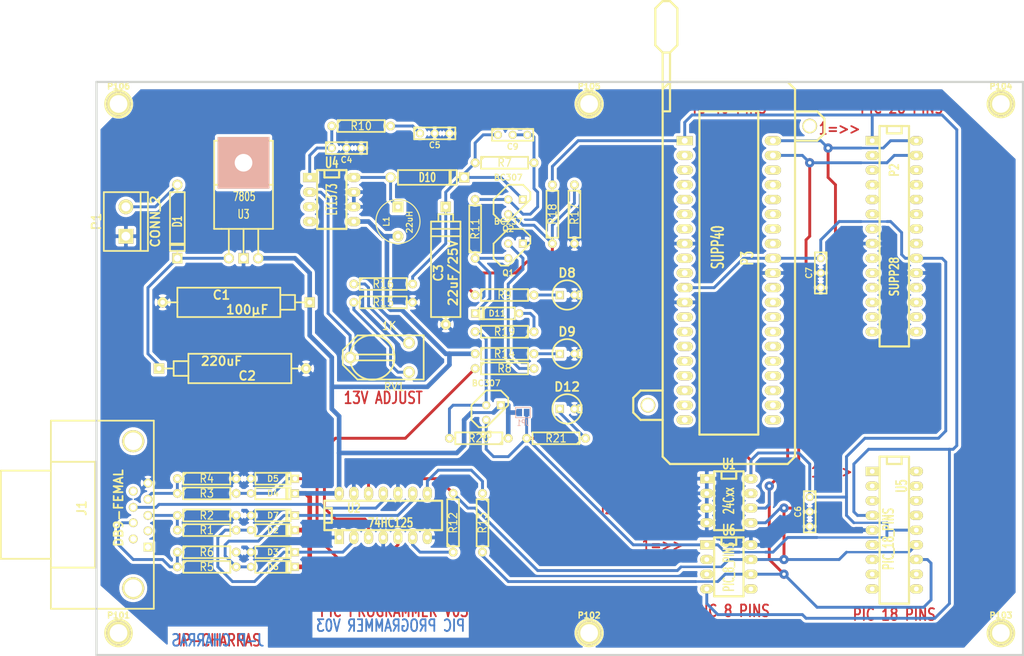
<source format=kicad_pcb>
(kicad_pcb (version 4) (host pcbnew "(2014-09-16 BZR 5138)-product")
  (title_block (title "SERIAL PIC PROGRAMMER"))
  (layers (0 Composant signal) (31 Cuivre signal) (34 B.Paste user) (35 F.Paste user) (36 B.SilkS user) (37 F.SilkS user) (38 B.Mask user) (39 F.Mask user) (44 Edge.Cuts user))
  (net 0 "")
  (net 1 /CTS)
  (net 2 /DTR)
  (net 3 /PC-CLOCK-OUT)
  (net 4 /TXD)
  (net 5 GND)
  (net 6 "Net-(C2-Pad1)")
  (net 7 "Net-(C4-Pad1)")
  (net 8 "Net-(C5-Pad1)")
  (net 9 "Net-(C9-Pad2)")
  (net 10 "Net-(D1-Pad1)")
  (net 11 "Net-(D10-Pad1)")
  (net 12 "Net-(D11-Pad1)")
  (net 13 "Net-(D11-Pad2)")
  (net 14 "Net-(D12-Pad1)")
  (net 15 "Net-(D2-Pad1)")
  (net 16 "Net-(D4-Pad1)")
  (net 17 "Net-(D6-Pad1)")
  (net 18 "Net-(D8-Pad1)")
  (net 19 "Net-(D9-Pad1)")
  (net 20 "Net-(Q1-Pad2)")
  (net 21 "Net-(Q2-Pad3)")
  (net 22 "Net-(Q3-Pad2)")
  (net 23 "Net-(R12-Pad1)")
  (net 24 "Net-(R13-Pad1)")
  (net 25 "Net-(R15-Pad1)")
  (net 26 "Net-(R16-Pad1)")
  (net 27 "Net-(R8-Pad1)")
  (net 28 "Net-(RV1-Pad2)")
  (net 29 VCC)
  (net 30 VPP)
  (net 31 /pic_sockets/VCC_PIC)
  (net 32 /pic_sockets/VPP-MCLR)
  (net 33 /pic_sockets/CLOCK-RB6)
  (net 34 /pic_sockets/DATA-RB7)
  (module discret:CP10 (layer Composant) (at 97.79 78.74 180)
    (fp_text reference C1 (at 2.54 1.27 180) (layer F.SilkS) (effects (font (thickness 0.3048))))
    (fp_text value 100µF (at -1.905 -1.27 180) (layer F.SilkS) (effects (font (thickness 0.3048))))
    (pad 2 thru_hole circle (at 12.7 0 180) (size 1.778 1.778) (drill 0.8128) (layers *.Cu *.Mask F.SilkS) (net 5 GND))
    (pad 1 thru_hole rect (at -12.7 0 180) (size 1.778 1.778) (drill 0.8128) (layers *.Cu *.Mask F.SilkS) (net 29 VCC))
  )
  (module discret:CP10 (layer Composant) (at 97.155 90.17)
    (fp_text reference C2 (at 2.54 1.27) (layer F.SilkS) (effects (font (thickness 0.3048))))
    (fp_text value 220uF (at -1.905 -1.27) (layer F.SilkS) (effects (font (thickness 0.3048))))
    (pad 2 thru_hole circle (at 12.7 0) (size 1.778 1.778) (drill 0.8128) (layers *.Cu *.Mask F.SilkS) (net 5 GND))
    (pad 1 thru_hole rect (at -12.7 0) (size 1.778 1.778) (drill 0.8128) (layers *.Cu *.Mask F.SilkS) (net 6 "Net-(C2-Pad1)"))
  )
  (module discret:CP8 (layer Composant) (at 133.985 72.39 270)
    (fp_text reference C3 (at 1.27 1.27 270) (layer F.SilkS) (effects (font (thickness 0.3048))))
    (fp_text value 22uF/25V (at 1.27 -1.27 270) (layer F.SilkS) (effects (font (thickness 0.3048))))
    (pad 1 thru_hole rect (at -10.16 0 270) (size 1.778 1.778) (drill 0.8128) (layers *.Cu *.Mask F.SilkS) (net 30 VPP))
    (pad 2 thru_hole circle (at 10.16 0 270) (size 1.778 1.778) (drill 0.8128) (layers *.Cu *.Mask F.SilkS) (net 5 GND))
  )
  (module discret:C1-1 (layer Composant) (at 116.84 52.07)
    (fp_text reference C4 (at 0 2.032) (layer F.SilkS) (effects (font (size 1.016 1.016) (thickness 0.2032))))
    (fp_text value 0 hide)
    (pad 1 thru_hole circle (at -2.54 0) (size 1.397 1.397) (drill 0.8128) (layers *.Cu *.Mask F.SilkS) (net 7 "Net-(C4-Pad1)"))
    (pad 2 thru_hole circle (at 2.54 0) (size 1.397 1.397) (drill 0.8128) (layers *.Cu *.Mask F.SilkS) (net 5 GND))
    (pad 2 thru_hole circle (at 0 0) (size 1.397 1.397) (drill 0.8128) (layers *.Cu *.Mask F.SilkS) (net 5 GND))
  )
  (module discret:C1-1 (layer Composant) (at 132.08 49.53)
    (fp_text reference C5 (at 0 2.032) (layer F.SilkS) (effects (font (size 1.016 1.016) (thickness 0.2032))))
    (fp_text value 10nF hide)
    (pad 1 thru_hole circle (at -2.54 0) (size 1.397 1.397) (drill 0.8128) (layers *.Cu *.Mask F.SilkS) (net 8 "Net-(C5-Pad1)"))
    (pad 2 thru_hole circle (at 2.54 0) (size 1.397 1.397) (drill 0.8128) (layers *.Cu *.Mask F.SilkS) (net 5 GND))
    (pad 2 thru_hole circle (at 0 0) (size 1.397 1.397) (drill 0.8128) (layers *.Cu *.Mask F.SilkS) (net 5 GND))
  )
  (module discret:C1-1 (layer Composant) (at 196.85 114.935 270)
    (fp_text reference C6 (at 0 2.032 270) (layer F.SilkS) (effects (font (size 1.016 1.016) (thickness 0.2032))))
    (fp_text value 100nF hide)
    (pad 1 thru_hole circle (at -2.54 0 270) (size 1.397 1.397) (drill 0.8128) (layers *.Cu *.Mask F.SilkS) (net 31 /pic_sockets/VCC_PIC))
    (pad 2 thru_hole circle (at 2.54 0 270) (size 1.397 1.397) (drill 0.8128) (layers *.Cu *.Mask F.SilkS) (net 5 GND))
    (pad 2 thru_hole circle (at 0 0 270) (size 1.397 1.397) (drill 0.8128) (layers *.Cu *.Mask F.SilkS) (net 5 GND))
  )
  (module discret:C1-1 (layer Composant) (at 198.755 73.66 270)
    (fp_text reference C7 (at 0 2.032 270) (layer F.SilkS) (effects (font (size 1.016 1.016) (thickness 0.2032))))
    (fp_text value 100nF hide)
    (pad 1 thru_hole circle (at -2.54 0 270) (size 1.397 1.397) (drill 0.8128) (layers *.Cu *.Mask F.SilkS) (net 31 /pic_sockets/VCC_PIC))
    (pad 2 thru_hole circle (at 2.54 0 270) (size 1.397 1.397) (drill 0.8128) (layers *.Cu *.Mask F.SilkS) (net 5 GND))
    (pad 2 thru_hole circle (at 0 0 270) (size 1.397 1.397) (drill 0.8128) (layers *.Cu *.Mask F.SilkS) (net 5 GND))
  )
  (module discret:C1-1 (layer Composant) (at 145.542 49.784)
    (fp_text reference C9 (at 0 2.032) (layer F.SilkS) (effects (font (size 1.016 1.016) (thickness 0.2032))))
    (fp_text value 22OnF hide)
    (pad 1 thru_hole circle (at -2.54 0) (size 1.397 1.397) (drill 0.8128) (layers *.Cu *.Mask F.SilkS) (net 30 VPP))
    (pad 2 thru_hole circle (at 2.54 0) (size 1.397 1.397) (drill 0.8128) (layers *.Cu *.Mask F.SilkS) (net 9 "Net-(C9-Pad2)"))
    (pad 2 thru_hole circle (at 0 0) (size 1.397 1.397) (drill 0.8128) (layers *.Cu *.Mask F.SilkS) (net 9 "Net-(C9-Pad2)"))
  )
  (module discret:D5 (layer Composant) (at 87.63 64.77 270)
    (fp_text reference D1 (at 0 0 270) (layer F.SilkS) (effects (font (size 1.524 1.016) (thickness 0.3048))))
    (fp_text value 1N4004 hide)
    (pad 1 thru_hole circle (at -6.35 0 270) (size 1.778 1.778) (drill 1.143) (layers *.Cu *.Mask F.SilkS) (net 10 "Net-(D1-Pad1)"))
    (pad 2 thru_hole rect (at 6.35 0 270) (size 1.778 1.778) (drill 1.143) (layers *.Cu *.Mask F.SilkS) (net 6 "Net-(C2-Pad1)"))
  )
  (module discret:D3 (layer Composant) (at 104.14 118.11)
    (fp_text reference D2 (at 0 0) (layer F.SilkS) (effects (font (size 1.016 1.016) (thickness 0.2032))))
    (fp_text value BAT43 hide)
    (pad 2 thru_hole rect (at 3.81 0) (size 1.397 1.397) (drill 0.8128) (layers *.Cu *.Mask F.SilkS) (net 29 VCC))
    (pad 1 thru_hole circle (at -3.81 0) (size 1.397 1.397) (drill 0.8128) (layers *.Cu *.Mask F.SilkS) (net 15 "Net-(D2-Pad1)"))
  )
  (module discret:D3 (layer Composant) (at 104.14 121.92)
    (fp_text reference D3 (at 0 0) (layer F.SilkS) (effects (font (size 1.016 1.016) (thickness 0.2032))))
    (fp_text value BAT43 hide)
    (pad 2 thru_hole rect (at 3.81 0) (size 1.397 1.397) (drill 0.8128) (layers *.Cu *.Mask F.SilkS) (net 15 "Net-(D2-Pad1)"))
    (pad 1 thru_hole circle (at -3.81 0) (size 1.397 1.397) (drill 0.8128) (layers *.Cu *.Mask F.SilkS) (net 5 GND))
  )
  (module discret:D3 (layer Composant) (at 104.14 111.76)
    (fp_text reference D4 (at 0 0) (layer F.SilkS) (effects (font (size 1.016 1.016) (thickness 0.2032))))
    (fp_text value BAT43 hide)
    (pad 2 thru_hole rect (at 3.81 0) (size 1.397 1.397) (drill 0.8128) (layers *.Cu *.Mask F.SilkS) (net 29 VCC))
    (pad 1 thru_hole circle (at -3.81 0) (size 1.397 1.397) (drill 0.8128) (layers *.Cu *.Mask F.SilkS) (net 16 "Net-(D4-Pad1)"))
  )
  (module discret:D3 (layer Composant) (at 104.14 109.22)
    (fp_text reference D5 (at 0 0) (layer F.SilkS) (effects (font (size 1.016 1.016) (thickness 0.2032))))
    (fp_text value BAT43 hide)
    (pad 2 thru_hole rect (at 3.81 0) (size 1.397 1.397) (drill 0.8128) (layers *.Cu *.Mask F.SilkS) (net 16 "Net-(D4-Pad1)"))
    (pad 1 thru_hole circle (at -3.81 0) (size 1.397 1.397) (drill 0.8128) (layers *.Cu *.Mask F.SilkS) (net 5 GND))
  )
  (module discret:D3 (layer Composant) (at 104.14 124.46)
    (fp_text reference D6 (at 0 0) (layer F.SilkS) (effects (font (size 1.016 1.016) (thickness 0.2032))))
    (fp_text value BAT43 hide)
    (pad 2 thru_hole rect (at 3.81 0) (size 1.397 1.397) (drill 0.8128) (layers *.Cu *.Mask F.SilkS) (net 29 VCC))
    (pad 1 thru_hole circle (at -3.81 0) (size 1.397 1.397) (drill 0.8128) (layers *.Cu *.Mask F.SilkS) (net 17 "Net-(D6-Pad1)"))
  )
  (module discret:D3 (layer Composant) (at 104.14 115.57)
    (fp_text reference D7 (at 0 0) (layer F.SilkS) (effects (font (size 1.016 1.016) (thickness 0.2032))))
    (fp_text value BAT43 hide)
    (pad 2 thru_hole rect (at 3.81 0) (size 1.397 1.397) (drill 0.8128) (layers *.Cu *.Mask F.SilkS) (net 17 "Net-(D6-Pad1)"))
    (pad 1 thru_hole circle (at -3.81 0) (size 1.397 1.397) (drill 0.8128) (layers *.Cu *.Mask F.SilkS) (net 5 GND))
  )
  (module discret:LEDV (layer Composant) (at 154.94 77.47)
    (fp_text reference D8 (at 0 -3.81) (layer F.SilkS) (effects (font (thickness 0.3048))))
    (fp_text value RED-LED hide)
    (pad 1 thru_hole rect (at -1.27 0) (size 1.397 1.397) (drill 0.8128) (layers *.Cu *.Mask F.SilkS) (net 18 "Net-(D8-Pad1)"))
    (pad 2 thru_hole circle (at 1.27 0) (size 1.397 1.397) (drill 0.8128) (layers *.Cu *.Mask F.SilkS) (net 5 GND))
  )
  (module discret:LEDV (layer Composant) (at 154.94 87.63)
    (fp_text reference D9 (at 0 -3.81) (layer F.SilkS) (effects (font (thickness 0.3048))))
    (fp_text value GREEN-LED hide)
    (pad 1 thru_hole rect (at -1.27 0) (size 1.397 1.397) (drill 0.8128) (layers *.Cu *.Mask F.SilkS) (net 19 "Net-(D9-Pad1)"))
    (pad 2 thru_hole circle (at 1.27 0) (size 1.397 1.397) (drill 0.8128) (layers *.Cu *.Mask F.SilkS) (net 5 GND))
  )
  (module discret:D5 (layer Composant) (at 130.81 57.15)
    (fp_text reference D10 (at 0 0) (layer F.SilkS) (effects (font (size 1.524 1.016) (thickness 0.3048))))
    (fp_text value SCHOTTKY hide)
    (pad 1 thru_hole circle (at -6.35 0) (size 1.778 1.778) (drill 1.143) (layers *.Cu *.Mask F.SilkS) (net 11 "Net-(D10-Pad1)"))
    (pad 2 thru_hole rect (at 6.35 0) (size 1.778 1.778) (drill 1.143) (layers *.Cu *.Mask F.SilkS) (net 30 VPP))
  )
  (module discret:D3 (layer Composant) (at 142.875 80.645 180)
    (fp_text reference D11 (at 0 0 180) (layer F.SilkS) (effects (font (size 1.016 1.016) (thickness 0.2032))))
    (fp_text value BAT43 hide)
    (pad 2 thru_hole rect (at 3.81 0 180) (size 1.397 1.397) (drill 0.8128) (layers *.Cu *.Mask F.SilkS) (net 13 "Net-(D11-Pad2)"))
    (pad 1 thru_hole circle (at -3.81 0 180) (size 1.397 1.397) (drill 0.8128) (layers *.Cu *.Mask F.SilkS) (net 12 "Net-(D11-Pad1)"))
  )
  (module discret:LEDV (layer Composant) (at 154.94 97.155)
    (fp_text reference D12 (at 0 -3.81) (layer F.SilkS) (effects (font (thickness 0.3048))))
    (fp_text value YELLOW-LED hide)
    (pad 1 thru_hole rect (at -1.27 0) (size 1.397 1.397) (drill 0.8128) (layers *.Cu *.Mask F.SilkS) (net 14 "Net-(D12-Pad1)"))
    (pad 2 thru_hole circle (at 1.27 0) (size 1.397 1.397) (drill 0.8128) (layers *.Cu *.Mask F.SilkS) (net 5 GND))
  )
  (module connect:DB9FC (layer Composant) (at 81.28 115.57 90)
    (fp_text reference J1 (at 1.27 -10.16 90) (layer F.SilkS) (effects (font (thickness 0.3048))))
    (fp_text value DB9-FEMAL (at 1.27 -3.81 90) (layer F.SilkS) (effects (font (thickness 0.3048))))
    (pad "" thru_hole circle (at 12.827 -1.27 90) (size 3.81 3.81) (drill 3.048) (layers *.Cu *.Mask F.SilkS))
    (pad "" thru_hole circle (at -12.573 -1.27 90) (size 3.81 3.81) (drill 3.048) (layers *.Cu *.Mask F.SilkS))
    (pad 1 thru_hole rect (at -5.461 1.27 90) (size 1.524 1.524) (drill 1.016) (layers *.Cu *.Mask F.SilkS))
    (pad 2 thru_hole circle (at -2.667 1.27 90) (size 1.524 1.524) (drill 1.016) (layers *.Cu *.Mask F.SilkS))
    (pad 3 thru_hole circle (at 0 1.27 90) (size 1.524 1.524) (drill 1.016) (layers *.Cu *.Mask F.SilkS) (net 4 /TXD))
    (pad 4 thru_hole circle (at 2.794 1.27 90) (size 1.524 1.524) (drill 1.016) (layers *.Cu *.Mask F.SilkS) (net 2 /DTR))
    (pad 5 thru_hole circle (at 5.588 1.27 90) (size 1.524 1.524) (drill 1.016) (layers *.Cu *.Mask F.SilkS) (net 5 GND))
    (pad 6 thru_hole circle (at -4.064 -1.27 90) (size 1.524 1.524) (drill 1.016) (layers *.Cu *.Mask F.SilkS))
    (pad 7 thru_hole circle (at -1.27 -1.27 90) (size 1.524 1.524) (drill 1.016) (layers *.Cu *.Mask F.SilkS) (net 3 /PC-CLOCK-OUT))
    (pad 8 thru_hole circle (at 1.397 -1.27 90) (size 1.524 1.524) (drill 1.016) (layers *.Cu *.Mask F.SilkS) (net 1 /CTS))
    (pad 9 thru_hole circle (at 4.191 -1.27 90) (size 1.524 1.524) (drill 1.016) (layers *.Cu *.Mask F.SilkS))
  )
  (module connect:GS2 (layer Cuivre) (at 147.32 97.79 270)
    (fp_text reference JP1 (at 1.778 0 540) (layer B.SilkS) (effects (font (size 1.016 0.762) (thickness 0.127)) (justify mirror)))
    (fp_text value JUMPER hide)
    (pad 1 smd rect (at 0 0.635 270) (size 1.27 0.9652) (layers Cuivre B.Paste B.Mask) (net 29 VCC))
    (pad 2 smd rect (at 0 -0.635 270) (size 1.27 0.9652) (layers Cuivre B.Paste B.Mask) (net 31 /pic_sockets/VCC_PIC))
  )
  (module inductors:INDUCTOR_V (layer Composant) (at 125.73 64.77 270)
    (fp_text reference L1 (at 0 1.99898 270) (layer F.SilkS) (effects (font (size 1.00076 1.00076) (thickness 0.2032))))
    (fp_text value 22uH (at 0.09906 -1.99898 270) (layer F.SilkS) (effects (font (size 1.00076 1.00076) (thickness 0.2032))))
    (pad 1 thru_hole rect (at -2.54 0 270) (size 1.905 1.905) (drill 0.8128) (layers *.Cu *.Mask F.SilkS) (net 11 "Net-(D10-Pad1)"))
    (pad 2 thru_hole circle (at 2.54 0 270) (size 1.905 1.905) (drill 0.8128) (layers *.Cu *.Mask F.SilkS) (net 29 VCC))
  )
  (module connect:bornier2 (layer Composant) (at 78.74 64.77 90)
    (fp_text reference P1 (at 0 -5.08 90) (layer F.SilkS) (effects (font (thickness 0.3048))))
    (fp_text value CONN_2 (at 0 5.08 90) (layer F.SilkS) (effects (font (thickness 0.3048))))
    (pad 1 thru_hole rect (at -2.54 0 90) (size 2.54 2.54) (drill 1.524) (layers *.Cu *.Mask F.SilkS) (net 5 GND))
    (pad 2 thru_hole circle (at 2.54 0 90) (size 2.54 2.54) (drill 1.524) (layers *.Cu *.Mask F.SilkS) (net 10 "Net-(D1-Pad1)"))
  )
  (module discret:TO92 (layer Composant) (at 146.05 69.85)
    (fp_text reference Q1 (at -1.27 3.81) (layer F.SilkS) (effects (font (size 1.016 1.016) (thickness 0.2032))))
    (fp_text value BC237 (at -1.27 -5.08) (layer F.SilkS) (effects (font (size 1.016 1.016) (thickness 0.2032))))
    (pad 1 thru_hole rect (at 1.27 -1.27) (size 1.397 1.397) (drill 0.8128) (layers *.Cu *.Mask F.SilkS) (net 5 GND))
    (pad 2 thru_hole circle (at -1.27 -1.27) (size 1.397 1.397) (drill 0.8128) (layers *.Cu *.Mask F.SilkS) (net 20 "Net-(Q1-Pad2)"))
    (pad 3 thru_hole circle (at -1.27 1.27) (size 1.397 1.397) (drill 0.8128) (layers *.Cu *.Mask F.SilkS) (net 13 "Net-(D11-Pad2)"))
  )
  (module discret:TO92 (layer Composant) (at 146.05 62.23)
    (fp_text reference Q2 (at -1.27 3.81) (layer F.SilkS) (effects (font (size 1.016 1.016) (thickness 0.2032))))
    (fp_text value BC307 (at -1.27 -5.08) (layer F.SilkS) (effects (font (size 1.016 1.016) (thickness 0.2032))))
    (pad 1 thru_hole rect (at 1.27 -1.27) (size 1.397 1.397) (drill 0.8128) (layers *.Cu *.Mask F.SilkS) (net 30 VPP))
    (pad 2 thru_hole circle (at -1.27 -1.27) (size 1.397 1.397) (drill 0.8128) (layers *.Cu *.Mask F.SilkS) (net 9 "Net-(C9-Pad2)"))
    (pad 3 thru_hole circle (at -1.27 1.27) (size 1.397 1.397) (drill 0.8128) (layers *.Cu *.Mask F.SilkS) (net 21 "Net-(Q2-Pad3)"))
  )
  (module discret:TO92 (layer Composant) (at 142.24 97.79)
    (fp_text reference Q3 (at -1.27 3.81) (layer F.SilkS) (effects (font (size 1.016 1.016) (thickness 0.2032))))
    (fp_text value BC307 (at -1.27 -5.08) (layer F.SilkS) (effects (font (size 1.016 1.016) (thickness 0.2032))))
    (pad 1 thru_hole rect (at 1.27 -1.27) (size 1.397 1.397) (drill 0.8128) (layers *.Cu *.Mask F.SilkS) (net 29 VCC))
    (pad 2 thru_hole circle (at -1.27 -1.27) (size 1.397 1.397) (drill 0.8128) (layers *.Cu *.Mask F.SilkS) (net 22 "Net-(Q3-Pad2)"))
    (pad 3 thru_hole circle (at -1.27 1.27) (size 1.397 1.397) (drill 0.8128) (layers *.Cu *.Mask F.SilkS) (net 31 /pic_sockets/VCC_PIC))
  )
  (module discret:R4 (layer Composant) (at 92.71 118.11)
    (fp_text reference R1 (at 0 0) (layer F.SilkS) (effects (font (size 1.397 1.27) (thickness 0.2032))))
    (fp_text value 10K hide)
    (pad 1 thru_hole circle (at -5.08 0) (size 1.524 1.524) (drill 0.8128) (layers *.Cu *.Mask F.SilkS) (net 4 /TXD))
    (pad 2 thru_hole circle (at 5.08 0) (size 1.524 1.524) (drill 0.8128) (layers *.Cu *.Mask F.SilkS) (net 15 "Net-(D2-Pad1)"))
  )
  (module discret:R4 (layer Composant) (at 92.71 115.57)
    (fp_text reference R2 (at 0 0) (layer F.SilkS) (effects (font (size 1.397 1.27) (thickness 0.2032))))
    (fp_text value 10K hide)
    (pad 1 thru_hole circle (at -5.08 0) (size 1.524 1.524) (drill 0.8128) (layers *.Cu *.Mask F.SilkS) (net 4 /TXD))
    (pad 2 thru_hole circle (at 5.08 0) (size 1.524 1.524) (drill 0.8128) (layers *.Cu *.Mask F.SilkS) (net 5 GND))
  )
  (module discret:R4 (layer Composant) (at 92.71 111.76)
    (fp_text reference R3 (at 0 0) (layer F.SilkS) (effects (font (size 1.397 1.27) (thickness 0.2032))))
    (fp_text value 10K hide)
    (pad 1 thru_hole circle (at -5.08 0) (size 1.524 1.524) (drill 0.8128) (layers *.Cu *.Mask F.SilkS) (net 2 /DTR))
    (pad 2 thru_hole circle (at 5.08 0) (size 1.524 1.524) (drill 0.8128) (layers *.Cu *.Mask F.SilkS) (net 16 "Net-(D4-Pad1)"))
  )
  (module discret:R4 (layer Composant) (at 92.71 109.22)
    (fp_text reference R4 (at 0 0) (layer F.SilkS) (effects (font (size 1.397 1.27) (thickness 0.2032))))
    (fp_text value 10K hide)
    (pad 1 thru_hole circle (at -5.08 0) (size 1.524 1.524) (drill 0.8128) (layers *.Cu *.Mask F.SilkS) (net 2 /DTR))
    (pad 2 thru_hole circle (at 5.08 0) (size 1.524 1.524) (drill 0.8128) (layers *.Cu *.Mask F.SilkS) (net 5 GND))
  )
  (module discret:R4 (layer Composant) (at 92.71 124.46)
    (fp_text reference R5 (at 0 0) (layer F.SilkS) (effects (font (size 1.397 1.27) (thickness 0.2032))))
    (fp_text value 10K hide)
    (pad 1 thru_hole circle (at -5.08 0) (size 1.524 1.524) (drill 0.8128) (layers *.Cu *.Mask F.SilkS) (net 3 /PC-CLOCK-OUT))
    (pad 2 thru_hole circle (at 5.08 0) (size 1.524 1.524) (drill 0.8128) (layers *.Cu *.Mask F.SilkS) (net 17 "Net-(D6-Pad1)"))
  )
  (module discret:R4 (layer Composant) (at 92.71 121.92)
    (fp_text reference R6 (at 0 0) (layer F.SilkS) (effects (font (size 1.397 1.27) (thickness 0.2032))))
    (fp_text value 10K hide)
    (pad 1 thru_hole circle (at -5.08 0) (size 1.524 1.524) (drill 0.8128) (layers *.Cu *.Mask F.SilkS) (net 3 /PC-CLOCK-OUT))
    (pad 2 thru_hole circle (at 5.08 0) (size 1.524 1.524) (drill 0.8128) (layers *.Cu *.Mask F.SilkS) (net 5 GND))
  )
  (module discret:R4 (layer Composant) (at 144.145 54.61)
    (fp_text reference R7 (at 0 0) (layer F.SilkS) (effects (font (size 1.397 1.27) (thickness 0.2032))))
    (fp_text value 10K hide)
    (pad 1 thru_hole circle (at -5.08 0) (size 1.524 1.524) (drill 0.8128) (layers *.Cu *.Mask F.SilkS) (net 30 VPP))
    (pad 2 thru_hole circle (at 5.08 0) (size 1.524 1.524) (drill 0.8128) (layers *.Cu *.Mask F.SilkS) (net 9 "Net-(C9-Pad2)"))
  )
  (module discret:R4 (layer Composant) (at 144.145 90.17)
    (fp_text reference R8 (at 0 0) (layer F.SilkS) (effects (font (size 1.397 1.27) (thickness 0.2032))))
    (fp_text value 1K hide)
    (pad 1 thru_hole circle (at -5.08 0) (size 1.524 1.524) (drill 0.8128) (layers *.Cu *.Mask F.SilkS) (net 27 "Net-(R8-Pad1)"))
    (pad 2 thru_hole circle (at 5.08 0) (size 1.524 1.524) (drill 0.8128) (layers *.Cu *.Mask F.SilkS) (net 20 "Net-(Q1-Pad2)"))
  )
  (module discret:R4 (layer Composant) (at 144.145 77.47)
    (fp_text reference R9 (at 0 0) (layer F.SilkS) (effects (font (size 1.397 1.27) (thickness 0.2032))))
    (fp_text value 2.2K hide)
    (pad 1 thru_hole circle (at -5.08 0) (size 1.524 1.524) (drill 0.8128) (layers *.Cu *.Mask F.SilkS) (net 21 "Net-(Q2-Pad3)"))
    (pad 2 thru_hole circle (at 5.08 0) (size 1.524 1.524) (drill 0.8128) (layers *.Cu *.Mask F.SilkS) (net 18 "Net-(D8-Pad1)"))
  )
  (module discret:R4 (layer Composant) (at 119.38 48.26)
    (fp_text reference R10 (at 0 0) (layer F.SilkS) (effects (font (size 1.397 1.27) (thickness 0.2032))))
    (fp_text value 5,1K hide)
    (pad 1 thru_hole circle (at -5.08 0) (size 1.524 1.524) (drill 0.8128) (layers *.Cu *.Mask F.SilkS) (net 7 "Net-(C4-Pad1)"))
    (pad 2 thru_hole circle (at 5.08 0) (size 1.524 1.524) (drill 0.8128) (layers *.Cu *.Mask F.SilkS) (net 8 "Net-(C5-Pad1)"))
  )
  (module discret:R4 (layer Composant) (at 139.065 66.04 90)
    (fp_text reference R11 (at 0 0 90) (layer F.SilkS) (effects (font (size 1.397 1.27) (thickness 0.2032))))
    (fp_text value 22K hide)
    (pad 1 thru_hole circle (at -5.08 0 90) (size 1.524 1.524) (drill 0.8128) (layers *.Cu *.Mask F.SilkS) (net 13 "Net-(D11-Pad2)"))
    (pad 2 thru_hole circle (at 5.08 0 90) (size 1.524 1.524) (drill 0.8128) (layers *.Cu *.Mask F.SilkS) (net 9 "Net-(C9-Pad2)"))
  )
  (module discret:R4 (layer Composant) (at 135.255 116.84 90)
    (fp_text reference R12 (at 0 0 90) (layer F.SilkS) (effects (font (size 1.397 1.27) (thickness 0.2032))))
    (fp_text value 470 hide)
    (pad 1 thru_hole circle (at -5.08 0 90) (size 1.524 1.524) (drill 0.8128) (layers *.Cu *.Mask F.SilkS) (net 23 "Net-(R12-Pad1)"))
    (pad 2 thru_hole circle (at 5.08 0 90) (size 1.524 1.524) (drill 0.8128) (layers *.Cu *.Mask F.SilkS) (net 34 /pic_sockets/DATA-RB7))
  )
  (module discret:R4 (layer Composant) (at 140.335 116.84 270)
    (fp_text reference R13 (at 0 0 270) (layer F.SilkS) (effects (font (size 1.397 1.27) (thickness 0.2032))))
    (fp_text value 470 hide)
    (pad 1 thru_hole circle (at -5.08 0 270) (size 1.524 1.524) (drill 0.8128) (layers *.Cu *.Mask F.SilkS) (net 24 "Net-(R13-Pad1)"))
    (pad 2 thru_hole circle (at 5.08 0 270) (size 1.524 1.524) (drill 0.8128) (layers *.Cu *.Mask F.SilkS) (net 33 /pic_sockets/CLOCK-RB6))
  )
  (module discret:R4 (layer Composant) (at 144.145 87.63)
    (fp_text reference R14 (at 0 0) (layer F.SilkS) (effects (font (size 1.397 1.27) (thickness 0.2032))))
    (fp_text value 470 hide)
    (pad 1 thru_hole circle (at -5.08 0) (size 1.524 1.524) (drill 0.8128) (layers *.Cu *.Mask F.SilkS) (net 29 VCC))
    (pad 2 thru_hole circle (at 5.08 0) (size 1.524 1.524) (drill 0.8128) (layers *.Cu *.Mask F.SilkS) (net 19 "Net-(D9-Pad1)"))
  )
  (module discret:R4 (layer Composant) (at 123.19 78.74)
    (fp_text reference R15 (at 0 0) (layer F.SilkS) (effects (font (size 1.397 1.27) (thickness 0.2032))))
    (fp_text value 6.2K hide)
    (pad 1 thru_hole circle (at -5.08 0) (size 1.524 1.524) (drill 0.8128) (layers *.Cu *.Mask F.SilkS) (net 25 "Net-(R15-Pad1)"))
    (pad 2 thru_hole circle (at 5.08 0) (size 1.524 1.524) (drill 0.8128) (layers *.Cu *.Mask F.SilkS) (net 5 GND))
  )
  (module discret:R4 (layer Composant) (at 123.19 75.565)
    (fp_text reference R16 (at 0 0) (layer F.SilkS) (effects (font (size 1.397 1.27) (thickness 0.2032))))
    (fp_text value 62K hide)
    (pad 1 thru_hole circle (at -5.08 0) (size 1.524 1.524) (drill 0.8128) (layers *.Cu *.Mask F.SilkS) (net 26 "Net-(R16-Pad1)"))
    (pad 2 thru_hole circle (at 5.08 0) (size 1.524 1.524) (drill 0.8128) (layers *.Cu *.Mask F.SilkS) (net 30 VPP))
  )
  (module discret:R4 (layer Composant) (at 156.21 63.5 270)
    (fp_text reference R17 (at 0 0 270) (layer F.SilkS) (effects (font (size 1.397 1.27) (thickness 0.2032))))
    (fp_text value 22K hide)
    (pad 1 thru_hole circle (at -5.08 0 270) (size 1.524 1.524) (drill 0.8128) (layers *.Cu *.Mask F.SilkS) (net 21 "Net-(Q2-Pad3)"))
    (pad 2 thru_hole circle (at 5.08 0 270) (size 1.524 1.524) (drill 0.8128) (layers *.Cu *.Mask F.SilkS) (net 5 GND))
  )
  (module discret:R4 (layer Composant) (at 152.4 63.5 90)
    (fp_text reference R18 (at 0 0 90) (layer F.SilkS) (effects (font (size 1.397 1.27) (thickness 0.2032))))
    (fp_text value 220 hide)
    (pad 1 thru_hole circle (at -5.08 0 90) (size 1.524 1.524) (drill 0.8128) (layers *.Cu *.Mask F.SilkS) (net 21 "Net-(Q2-Pad3)"))
    (pad 2 thru_hole circle (at 5.08 0 90) (size 1.524 1.524) (drill 0.8128) (layers *.Cu *.Mask F.SilkS) (net 32 /pic_sockets/VPP-MCLR))
  )
  (module discret:R4 (layer Composant) (at 144.145 83.82 180)
    (fp_text reference R19 (at 0 0 180) (layer F.SilkS) (effects (font (size 1.397 1.27) (thickness 0.2032))))
    (fp_text value 2.2K hide)
    (pad 1 thru_hole circle (at -5.08 0 180) (size 1.524 1.524) (drill 0.8128) (layers *.Cu *.Mask F.SilkS) (net 12 "Net-(D11-Pad1)"))
    (pad 2 thru_hole circle (at 5.08 0 180) (size 1.524 1.524) (drill 0.8128) (layers *.Cu *.Mask F.SilkS) (net 22 "Net-(Q3-Pad2)"))
  )
  (module discret:R4 (layer Composant) (at 139.7 102.235 180)
    (fp_text reference R20 (at 0 0 180) (layer F.SilkS) (effects (font (size 1.397 1.27) (thickness 0.2032))))
    (fp_text value 2.2K hide)
    (pad 1 thru_hole circle (at -5.08 0 180) (size 1.524 1.524) (drill 0.8128) (layers *.Cu *.Mask F.SilkS) (net 29 VCC))
    (pad 2 thru_hole circle (at 5.08 0 180) (size 1.524 1.524) (drill 0.8128) (layers *.Cu *.Mask F.SilkS) (net 22 "Net-(Q3-Pad2)"))
  )
  (module discret:R4 (layer Composant) (at 153.035 102.235 180)
    (fp_text reference R21 (at 0 0 180) (layer F.SilkS) (effects (font (size 1.397 1.27) (thickness 0.2032))))
    (fp_text value 470 hide)
    (pad 1 thru_hole circle (at -5.08 0 180) (size 1.524 1.524) (drill 0.8128) (layers *.Cu *.Mask F.SilkS) (net 14 "Net-(D12-Pad1)"))
    (pad 2 thru_hole circle (at 5.08 0 180) (size 1.524 1.524) (drill 0.8128) (layers *.Cu *.Mask F.SilkS) (net 31 /pic_sockets/VCC_PIC))
  )
  (module discret:RV2X4 (layer Composant) (at 122.555 88.265 180)
    (fp_text reference RV1 (at -2.54 -5.08 180) (layer F.SilkS) (effects (font (size 1.397 1.27) (thickness 0.2032))))
    (fp_text value 1K (at -1.651 5.461 180) (layer F.SilkS) (effects (font (size 1.397 1.27) (thickness 0.2032))))
    (pad 1 thru_hole circle (at -5.08 -2.54 180) (size 2.032 2.032) (drill 1.27) (layers *.Cu *.Mask F.SilkS) (net 25 "Net-(R15-Pad1)"))
    (pad 2 thru_hole circle (at 5.08 0 180) (size 2.032 2.032) (drill 1.27) (layers *.Cu *.Mask F.SilkS) (net 28 "Net-(RV1-Pad2)"))
    (pad 3 thru_hole circle (at -5.08 2.54 180) (size 2.032 2.032) (drill 1.27) (layers *.Cu *.Mask F.SilkS) (net 26 "Net-(R16-Pad1)"))
  )
  (module dip_sockets:DIP-8__300_ELL (layer Composant) (at 182.88 113.03 270)
    (fp_text reference U1 (at -6.35 0 360) (layer F.SilkS) (effects (font (size 1.778 1.143) (thickness 0.3048))))
    (fp_text value 24Cxx (at 0 0 270) (layer F.SilkS) (effects (font (size 1.778 1.016) (thickness 0.3048))))
    (pad 1 thru_hole rect (at -3.81 3.81 270) (size 1.5748 2.286) (drill 0.8128) (layers *.Cu *.Mask F.SilkS) (net 5 GND))
    (pad 2 thru_hole oval (at -1.27 3.81 270) (size 1.5748 2.286) (drill 0.8128) (layers *.Cu *.Mask F.SilkS) (net 5 GND))
    (pad 3 thru_hole oval (at 1.27 3.81 270) (size 1.5748 2.286) (drill 0.8128) (layers *.Cu *.Mask F.SilkS) (net 5 GND))
    (pad 4 thru_hole oval (at 3.81 3.81 270) (size 1.5748 2.286) (drill 0.8128) (layers *.Cu *.Mask F.SilkS) (net 5 GND))
    (pad 5 thru_hole oval (at 3.81 -3.81 270) (size 1.5748 2.286) (drill 0.8128) (layers *.Cu *.Mask F.SilkS) (net 34 /pic_sockets/DATA-RB7))
    (pad 6 thru_hole oval (at 1.27 -3.81 270) (size 1.5748 2.286) (drill 0.8128) (layers *.Cu *.Mask F.SilkS) (net 33 /pic_sockets/CLOCK-RB6))
    (pad 7 thru_hole oval (at -1.27 -3.81 270) (size 1.5748 2.286) (drill 0.8128) (layers *.Cu *.Mask F.SilkS))
    (pad 8 thru_hole oval (at -3.81 -3.81 270) (size 1.5748 2.286) (drill 0.8128) (layers *.Cu *.Mask F.SilkS) (net 31 /pic_sockets/VCC_PIC))
  )
  (module dip_sockets:DIP-14__300_ELL (layer Composant) (at 123.19 115.57)
    (fp_text reference U2 (at -5.08 -1.27) (layer F.SilkS) (effects (font (size 1.524 1.143) (thickness 0.3048))))
    (fp_text value 74HC125 (at 1.27 1.27) (layer F.SilkS) (effects (font (size 1.524 1.143) (thickness 0.3048))))
    (pad 1 thru_hole rect (at -7.62 3.81) (size 1.5748 2.286) (drill 0.8128) (layers *.Cu *.Mask F.SilkS) (net 5 GND))
    (pad 2 thru_hole oval (at -5.08 3.81) (size 1.5748 2.286) (drill 0.8128) (layers *.Cu *.Mask F.SilkS) (net 15 "Net-(D2-Pad1)"))
    (pad 3 thru_hole oval (at -2.54 3.81) (size 1.5748 2.286) (drill 0.8128) (layers *.Cu *.Mask F.SilkS) (net 27 "Net-(R8-Pad1)"))
    (pad 4 thru_hole oval (at 0 3.81) (size 1.5748 2.286) (drill 0.8128) (layers *.Cu *.Mask F.SilkS) (net 5 GND))
    (pad 5 thru_hole oval (at 2.54 3.81) (size 1.5748 2.286) (drill 0.8128) (layers *.Cu *.Mask F.SilkS) (net 16 "Net-(D4-Pad1)"))
    (pad 6 thru_hole oval (at 5.08 3.81) (size 1.5748 2.286) (drill 0.8128) (layers *.Cu *.Mask F.SilkS) (net 23 "Net-(R12-Pad1)"))
    (pad 7 thru_hole oval (at 7.62 3.81) (size 1.5748 2.286) (drill 0.8128) (layers *.Cu *.Mask F.SilkS) (net 5 GND))
    (pad 8 thru_hole oval (at 7.62 -3.81) (size 1.5748 2.286) (drill 0.8128) (layers *.Cu *.Mask F.SilkS) (net 24 "Net-(R13-Pad1)"))
    (pad 9 thru_hole oval (at 5.08 -3.81) (size 1.5748 2.286) (drill 0.8128) (layers *.Cu *.Mask F.SilkS) (net 17 "Net-(D6-Pad1)"))
    (pad 10 thru_hole oval (at 2.54 -3.81) (size 1.5748 2.286) (drill 0.8128) (layers *.Cu *.Mask F.SilkS) (net 5 GND))
    (pad 11 thru_hole oval (at 0 -3.81) (size 1.5748 2.286) (drill 0.8128) (layers *.Cu *.Mask F.SilkS) (net 1 /CTS))
    (pad 12 thru_hole oval (at -2.54 -3.81) (size 1.5748 2.286) (drill 0.8128) (layers *.Cu *.Mask F.SilkS) (net 34 /pic_sockets/DATA-RB7))
    (pad 13 thru_hole oval (at -5.08 -3.81) (size 1.5748 2.286) (drill 0.8128) (layers *.Cu *.Mask F.SilkS) (net 5 GND))
    (pad 14 thru_hole oval (at -7.62 -3.81) (size 1.5748 2.286) (drill 0.8128) (layers *.Cu *.Mask F.SilkS) (net 29 VCC))
  )
  (module discret:LM78XX (layer Composant) (at 99.06 71.12 90)
    (fp_text reference U3 (at 7.62 0 180) (layer F.SilkS) (effects (font (size 1.524 1.016) (thickness 0.2032))))
    (fp_text value 7805 (at 10.668 0.127 180) (layer F.SilkS) (effects (font (size 1.524 1.016) (thickness 0.2032))))
    (pad 4 thru_hole rect (at 16.51 0 90) (size 8.89 8.89) (drill 3.048) (layers *.Cu *.SilkS *.Mask))
    (pad VI thru_hole circle (at 0 -2.54 90) (size 1.778 1.778) (drill 1.143) (layers *.Cu *.Mask F.SilkS) (net 6 "Net-(C2-Pad1)"))
    (pad GND thru_hole rect (at 0 0 90) (size 1.778 1.778) (drill 1.143) (layers *.Cu *.Mask F.SilkS) (net 5 GND))
    (pad VO thru_hole circle (at 0 2.54 90) (size 1.778 1.778) (drill 1.143) (layers *.Cu *.Mask F.SilkS) (net 29 VCC))
  )
  (module dip_sockets:DIP-8__300_ELL (layer Composant) (at 114.3 60.96 270)
    (fp_text reference U4 (at -6.35 0 360) (layer F.SilkS) (effects (font (size 1.778 1.143) (thickness 0.3048))))
    (fp_text value LT1373 (at 0 0 270) (layer F.SilkS) (effects (font (size 1.778 1.016) (thickness 0.3048))))
    (pad 1 thru_hole rect (at -3.81 3.81 270) (size 1.5748 2.286) (drill 0.8128) (layers *.Cu *.Mask F.SilkS) (net 7 "Net-(C4-Pad1)"))
    (pad 2 thru_hole oval (at -1.27 3.81 270) (size 1.5748 2.286) (drill 0.8128) (layers *.Cu *.Mask F.SilkS) (net 28 "Net-(RV1-Pad2)"))
    (pad 3 thru_hole oval (at 1.27 3.81 270) (size 1.5748 2.286) (drill 0.8128) (layers *.Cu *.Mask F.SilkS))
    (pad 4 thru_hole oval (at 3.81 3.81 270) (size 1.5748 2.286) (drill 0.8128) (layers *.Cu *.Mask F.SilkS))
    (pad 5 thru_hole oval (at 3.81 -3.81 270) (size 1.5748 2.286) (drill 0.8128) (layers *.Cu *.Mask F.SilkS) (net 29 VCC))
    (pad 6 thru_hole oval (at 1.27 -3.81 270) (size 1.5748 2.286) (drill 0.8128) (layers *.Cu *.Mask F.SilkS) (net 5 GND))
    (pad 7 thru_hole oval (at -1.27 -3.81 270) (size 1.5748 2.286) (drill 0.8128) (layers *.Cu *.Mask F.SilkS) (net 5 GND))
    (pad 8 thru_hole oval (at -3.81 -3.81 270) (size 1.5748 2.286) (drill 0.8128) (layers *.Cu *.Mask F.SilkS) (net 11 "Net-(D10-Pad1)"))
  )
  (module dip_sockets:DIP-18__300_ELL (layer Composant) (at 211.455 118.11 270)
    (fp_text reference U5 (at -7.62 -1.27 270) (layer F.SilkS) (effects (font (size 1.778 1.143) (thickness 0.3048))))
    (fp_text value PIC_18_PINS (at 1.524 1.016 270) (layer F.SilkS) (effects (font (size 1.778 1.143) (thickness 0.3048))))
    (pad 1 thru_hole rect (at -10.16 3.81 270) (size 1.5748 2.286) (drill 0.8128) (layers *.Cu *.Mask F.SilkS))
    (pad 2 thru_hole oval (at -7.62 3.81 270) (size 1.5748 2.286) (drill 0.8128) (layers *.Cu *.Mask F.SilkS))
    (pad 3 thru_hole oval (at -5.08 3.81 270) (size 1.5748 2.286) (drill 0.8128) (layers *.Cu *.Mask F.SilkS))
    (pad 4 thru_hole oval (at -2.54 3.81 270) (size 1.5748 2.286) (drill 0.8128) (layers *.Cu *.Mask F.SilkS) (net 32 /pic_sockets/VPP-MCLR))
    (pad 5 thru_hole oval (at 0 3.81 270) (size 1.5748 2.286) (drill 0.8128) (layers *.Cu *.Mask F.SilkS) (net 5 GND))
    (pad 6 thru_hole oval (at 2.54 3.81 270) (size 1.5748 2.286) (drill 0.8128) (layers *.Cu *.Mask F.SilkS))
    (pad 7 thru_hole oval (at 5.08 3.81 270) (size 1.5748 2.286) (drill 0.8128) (layers *.Cu *.Mask F.SilkS))
    (pad 8 thru_hole oval (at 7.62 3.81 270) (size 1.5748 2.286) (drill 0.8128) (layers *.Cu *.Mask F.SilkS))
    (pad 9 thru_hole oval (at 10.16 3.81 270) (size 1.5748 2.286) (drill 0.8128) (layers *.Cu *.Mask F.SilkS))
    (pad 10 thru_hole oval (at 10.16 -3.81 270) (size 1.5748 2.286) (drill 0.8128) (layers *.Cu *.Mask F.SilkS))
    (pad 11 thru_hole oval (at 7.62 -3.81 270) (size 1.5748 2.286) (drill 0.8128) (layers *.Cu *.Mask F.SilkS))
    (pad 12 thru_hole oval (at 5.08 -3.81 270) (size 1.5748 2.286) (drill 0.8128) (layers *.Cu *.Mask F.SilkS) (net 33 /pic_sockets/CLOCK-RB6))
    (pad 13 thru_hole oval (at 2.54 -3.81 270) (size 1.5748 2.286) (drill 0.8128) (layers *.Cu *.Mask F.SilkS) (net 34 /pic_sockets/DATA-RB7))
    (pad 14 thru_hole oval (at 0 -3.81 270) (size 1.5748 2.286) (drill 0.8128) (layers *.Cu *.Mask F.SilkS) (net 31 /pic_sockets/VCC_PIC))
    (pad 15 thru_hole oval (at -2.54 -3.81 270) (size 1.5748 2.286) (drill 0.8128) (layers *.Cu *.Mask F.SilkS))
    (pad 16 thru_hole oval (at -5.08 -3.81 270) (size 1.5748 2.286) (drill 0.8128) (layers *.Cu *.Mask F.SilkS))
    (pad 17 thru_hole oval (at -7.62 -3.81 270) (size 1.5748 2.286) (drill 0.8128) (layers *.Cu *.Mask F.SilkS))
    (pad 18 thru_hole oval (at -10.16 -3.81 270) (size 1.5748 2.286) (drill 0.8128) (layers *.Cu *.Mask F.SilkS))
  )
  (module dip_sockets:DIP-8__300_ELL (layer Composant) (at 182.88 124.46 270)
    (fp_text reference U6 (at -6.35 0 360) (layer F.SilkS) (effects (font (size 1.778 1.143) (thickness 0.3048))))
    (fp_text value PIC_8_PINS (at 0 0 270) (layer F.SilkS) (effects (font (size 1.778 1.016) (thickness 0.3048))))
    (pad 1 thru_hole rect (at -3.81 3.81 270) (size 1.5748 2.286) (drill 0.8128) (layers *.Cu *.Mask F.SilkS) (net 31 /pic_sockets/VCC_PIC))
    (pad 2 thru_hole oval (at -1.27 3.81 270) (size 1.5748 2.286) (drill 0.8128) (layers *.Cu *.Mask F.SilkS))
    (pad 3 thru_hole oval (at 1.27 3.81 270) (size 1.5748 2.286) (drill 0.8128) (layers *.Cu *.Mask F.SilkS))
    (pad 4 thru_hole oval (at 3.81 3.81 270) (size 1.5748 2.286) (drill 0.8128) (layers *.Cu *.Mask F.SilkS) (net 32 /pic_sockets/VPP-MCLR))
    (pad 5 thru_hole oval (at 3.81 -3.81 270) (size 1.5748 2.286) (drill 0.8128) (layers *.Cu *.Mask F.SilkS))
    (pad 6 thru_hole oval (at 1.27 -3.81 270) (size 1.5748 2.286) (drill 0.8128) (layers *.Cu *.Mask F.SilkS) (net 33 /pic_sockets/CLOCK-RB6))
    (pad 7 thru_hole oval (at -1.27 -3.81 270) (size 1.5748 2.286) (drill 0.8128) (layers *.Cu *.Mask F.SilkS) (net 34 /pic_sockets/DATA-RB7))
    (pad 8 thru_hole oval (at -3.81 -3.81 270) (size 1.5748 2.286) (drill 0.8128) (layers *.Cu *.Mask F.SilkS) (net 5 GND))
  )
  (module footprints:1pin-4 (layer Composant) (at 77.47 135.89)
    (fp_text reference P101 (at 0 -3.048) (layer F.SilkS) (effects (font (size 1.016 1.016) (thickness 0.254))))
    (fp_text value CONN_1 hide)
    (pad 1 thru_hole circle (at 0 0) (size 4.064 4.064) (drill 3.048) (layers *.Cu *.Mask F.SilkS))
  )
  (module footprints:1pin-4 (layer Composant) (at 158.75 135.89)
    (fp_text reference P102 (at 0 -3.048) (layer F.SilkS) (effects (font (size 1.016 1.016) (thickness 0.254))))
    (fp_text value CONN_1 hide)
    (pad 1 thru_hole circle (at 0 0) (size 4.064 4.064) (drill 3.048) (layers *.Cu *.Mask F.SilkS))
  )
  (module footprints:1pin-4 (layer Composant) (at 229.87 135.89)
    (fp_text reference P103 (at 0 -3.048) (layer F.SilkS) (effects (font (size 1.016 1.016) (thickness 0.254))))
    (fp_text value CONN_1 hide)
    (pad 1 thru_hole circle (at 0 0) (size 4.064 4.064) (drill 3.048) (layers *.Cu *.Mask F.SilkS))
  )
  (module footprints:1pin-4 (layer Composant) (at 229.87 44.45)
    (fp_text reference P104 (at 0 -3.048) (layer F.SilkS) (effects (font (size 1.016 1.016) (thickness 0.254))))
    (fp_text value CONN_1 hide)
    (pad 1 thru_hole circle (at 0 0) (size 4.064 4.064) (drill 3.048) (layers *.Cu *.Mask F.SilkS))
  )
  (module footprints:1pin-4 (layer Composant) (at 158.75 44.45)
    (fp_text reference P105 (at 0 -3.048) (layer F.SilkS) (effects (font (size 1.016 1.016) (thickness 0.254))))
    (fp_text value CONN_1 hide)
    (pad 1 thru_hole circle (at 0 0) (size 4.064 4.064) (drill 3.048) (layers *.Cu *.Mask F.SilkS))
  )
  (module footprints:1pin-4 (layer Composant) (at 77.47 44.45)
    (fp_text reference P106 (at 0 -3.048) (layer F.SilkS) (effects (font (size 1.016 1.016) (thickness 0.254))))
    (fp_text value CONN_1 hide)
    (pad 1 thru_hole circle (at 0 0) (size 4.064 4.064) (drill 3.048) (layers *.Cu *.Mask F.SilkS))
  )
  (module sockets:40tex-Ell600 (layer Composant) (at 182.88 74.93 270)
    (fp_text reference P3 (at -3.81 -3.175 270) (layer F.SilkS) (effects (font (size 2.032 1.27) (thickness 0.3048))))
    (fp_text value SUPP40 (at -5.715 1.905 270) (layer F.SilkS) (effects (font (size 2.032 1.27) (thickness 0.3048))))
    (pad 1 thru_hole rect (at -24.13 7.62 270) (size 1.5748 2.794) (drill 1.016) (layers *.Cu *.Mask F.SilkS) (net 32 /pic_sockets/VPP-MCLR))
    (pad 2 thru_hole oval (at -21.59 7.62 270) (size 1.5748 2.794) (drill 1.016) (layers *.Cu *.Mask F.SilkS))
    (pad 3 thru_hole oval (at -19.05 7.62 270) (size 1.5748 2.794) (drill 1.016) (layers *.Cu *.Mask F.SilkS))
    (pad 4 thru_hole oval (at -16.51 7.62 270) (size 1.5748 2.794) (drill 1.016) (layers *.Cu *.Mask F.SilkS))
    (pad 5 thru_hole oval (at -13.97 7.62 270) (size 1.5748 2.794) (drill 1.016) (layers *.Cu *.Mask F.SilkS))
    (pad 6 thru_hole oval (at -11.43 7.62 270) (size 1.5748 2.794) (drill 1.016) (layers *.Cu *.Mask F.SilkS))
    (pad 7 thru_hole oval (at -8.89 7.62 270) (size 1.5748 2.794) (drill 1.016) (layers *.Cu *.Mask F.SilkS))
    (pad 8 thru_hole oval (at -6.35 7.62 270) (size 1.5748 2.794) (drill 1.016) (layers *.Cu *.Mask F.SilkS) (net 5 GND))
    (pad 9 thru_hole oval (at -3.81 7.62 270) (size 1.5748 2.794) (drill 1.016) (layers *.Cu *.Mask F.SilkS))
    (pad 10 thru_hole oval (at -1.27 7.62 270) (size 1.5748 2.794) (drill 1.016) (layers *.Cu *.Mask F.SilkS))
    (pad 11 thru_hole oval (at 1.27 7.62 270) (size 1.5748 2.794) (drill 1.016) (layers *.Cu *.Mask F.SilkS) (net 31 /pic_sockets/VCC_PIC))
    (pad 12 thru_hole oval (at 3.81 7.62 270) (size 1.5748 2.794) (drill 1.016) (layers *.Cu *.Mask F.SilkS) (net 5 GND))
    (pad 13 thru_hole oval (at 6.35 7.62 270) (size 1.5748 2.794) (drill 1.016) (layers *.Cu *.Mask F.SilkS))
    (pad 14 thru_hole oval (at 8.89 7.62 270) (size 1.5748 2.794) (drill 1.016) (layers *.Cu *.Mask F.SilkS))
    (pad 15 thru_hole oval (at 11.43 7.62 270) (size 1.5748 2.794) (drill 1.016) (layers *.Cu *.Mask F.SilkS))
    (pad 16 thru_hole oval (at 13.97 7.62 270) (size 1.5748 2.794) (drill 1.016) (layers *.Cu *.Mask F.SilkS))
    (pad 17 thru_hole oval (at 16.51 7.62 270) (size 1.5748 2.794) (drill 1.016) (layers *.Cu *.Mask F.SilkS))
    (pad 18 thru_hole oval (at 19.05 7.62 270) (size 1.5748 2.794) (drill 1.016) (layers *.Cu *.Mask F.SilkS))
    (pad 19 thru_hole oval (at 21.59 7.62 270) (size 1.5748 2.794) (drill 1.016) (layers *.Cu *.Mask F.SilkS))
    (pad 20 thru_hole oval (at 24.13 7.62 270) (size 1.5748 2.794) (drill 1.016) (layers *.Cu *.Mask F.SilkS))
    (pad 21 thru_hole oval (at 24.13 -7.62 270) (size 1.5748 2.794) (drill 1.016) (layers *.Cu *.Mask F.SilkS))
    (pad 22 thru_hole oval (at 21.59 -7.62 270) (size 1.5748 2.794) (drill 1.016) (layers *.Cu *.Mask F.SilkS))
    (pad 23 thru_hole oval (at 19.05 -7.62 270) (size 1.5748 2.794) (drill 1.016) (layers *.Cu *.Mask F.SilkS))
    (pad 24 thru_hole oval (at 16.51 -7.62 270) (size 1.5748 2.794) (drill 1.016) (layers *.Cu *.Mask F.SilkS))
    (pad 25 thru_hole oval (at 13.97 -7.62 270) (size 1.5748 2.794) (drill 1.016) (layers *.Cu *.Mask F.SilkS))
    (pad 26 thru_hole oval (at 11.43 -7.62 270) (size 1.5748 2.794) (drill 1.016) (layers *.Cu *.Mask F.SilkS))
    (pad 27 thru_hole oval (at 8.89 -7.62 270) (size 1.5748 2.794) (drill 1.016) (layers *.Cu *.Mask F.SilkS))
    (pad 28 thru_hole oval (at 6.35 -7.62 270) (size 1.5748 2.794) (drill 1.016) (layers *.Cu *.Mask F.SilkS))
    (pad 29 thru_hole oval (at 3.81 -7.62 270) (size 1.5748 2.794) (drill 1.016) (layers *.Cu *.Mask F.SilkS))
    (pad 30 thru_hole oval (at 1.27 -7.62 270) (size 1.5748 2.794) (drill 1.016) (layers *.Cu *.Mask F.SilkS))
    (pad 31 thru_hole oval (at -1.27 -7.62 270) (size 1.5748 2.794) (drill 1.016) (layers *.Cu *.Mask F.SilkS) (net 5 GND))
    (pad 32 thru_hole oval (at -3.81 -7.62 270) (size 1.5748 2.794) (drill 1.016) (layers *.Cu *.Mask F.SilkS) (net 31 /pic_sockets/VCC_PIC))
    (pad 33 thru_hole oval (at -6.35 -7.62 270) (size 1.5748 2.794) (drill 1.016) (layers *.Cu *.Mask F.SilkS))
    (pad 34 thru_hole oval (at -8.89 -7.62 270) (size 1.5748 2.794) (drill 1.016) (layers *.Cu *.Mask F.SilkS))
    (pad 35 thru_hole oval (at -11.43 -7.62 270) (size 1.5748 2.794) (drill 1.016) (layers *.Cu *.Mask F.SilkS))
    (pad 36 thru_hole oval (at -13.97 -7.62 270) (size 1.5748 2.794) (drill 1.016) (layers *.Cu *.Mask F.SilkS))
    (pad 37 thru_hole oval (at -16.51 -7.62 270) (size 1.5748 2.794) (drill 1.016) (layers *.Cu *.Mask F.SilkS))
    (pad 38 thru_hole oval (at -19.05 -7.62 270) (size 1.5748 2.794) (drill 1.016) (layers *.Cu *.Mask F.SilkS))
    (pad 39 thru_hole oval (at -21.59 -7.62 270) (size 1.5748 2.794) (drill 1.016) (layers *.Cu *.Mask F.SilkS) (net 33 /pic_sockets/CLOCK-RB6))
    (pad 40 thru_hole oval (at -24.13 -7.62 270) (size 1.5748 2.794) (drill 1.016) (layers *.Cu *.Mask F.SilkS) (net 34 /pic_sockets/DATA-RB7))
    (pad HOLE thru_hole circle (at -26.67 -13.97 270) (size 2.54 2.54) (drill 2.032) (layers *.Cu *.Mask F.SilkS))
    (pad HOLE thru_hole circle (at 21.59 13.97 270) (size 2.54 2.54) (drill 2.032) (layers *.Cu *.Mask F.SilkS))
  )
  (module dip_sockets:DIP-28__300_ELL (layer Composant) (at 211.455 67.31 270)
    (fp_text reference P2 (at -11.43 0 270) (layer F.SilkS) (effects (font (size 1.524 1.143) (thickness 0.3048))))
    (fp_text value SUPP28 (at 6.985 0 270) (layer F.SilkS) (effects (font (size 1.524 1.143) (thickness 0.3048))))
    (pad 2 thru_hole oval (at -13.97 3.81 270) (size 1.5748 2.286) (drill 0.8128) (layers *.Cu *.Mask F.SilkS))
    (pad 3 thru_hole oval (at -11.43 3.81 270) (size 1.5748 2.286) (drill 0.8128) (layers *.Cu *.Mask F.SilkS))
    (pad 4 thru_hole oval (at -8.89 3.81 270) (size 1.5748 2.286) (drill 0.8128) (layers *.Cu *.Mask F.SilkS))
    (pad 5 thru_hole oval (at -6.35 3.81 270) (size 1.5748 2.286) (drill 0.8128) (layers *.Cu *.Mask F.SilkS))
    (pad 6 thru_hole oval (at -3.81 3.81 270) (size 1.5748 2.286) (drill 0.8128) (layers *.Cu *.Mask F.SilkS))
    (pad 7 thru_hole oval (at -1.27 3.81 270) (size 1.5748 2.286) (drill 0.8128) (layers *.Cu *.Mask F.SilkS))
    (pad 8 thru_hole oval (at 1.27 3.81 270) (size 1.5748 2.286) (drill 0.8128) (layers *.Cu *.Mask F.SilkS) (net 5 GND))
    (pad 9 thru_hole oval (at 3.81 3.81 270) (size 1.5748 2.286) (drill 0.8128) (layers *.Cu *.Mask F.SilkS))
    (pad 10 thru_hole oval (at 6.35 3.81 270) (size 1.5748 2.286) (drill 0.8128) (layers *.Cu *.Mask F.SilkS))
    (pad 11 thru_hole oval (at 8.89 3.81 270) (size 1.5748 2.286) (drill 0.8128) (layers *.Cu *.Mask F.SilkS))
    (pad 12 thru_hole oval (at 11.43 3.81 270) (size 1.5748 2.286) (drill 0.8128) (layers *.Cu *.Mask F.SilkS))
    (pad 13 thru_hole oval (at 13.97 3.81 270) (size 1.5748 2.286) (drill 0.8128) (layers *.Cu *.Mask F.SilkS))
    (pad 14 thru_hole oval (at 16.51 3.81 270) (size 1.5748 2.286) (drill 0.8128) (layers *.Cu *.Mask F.SilkS))
    (pad 1 thru_hole rect (at -16.51 3.81 270) (size 1.5748 2.286) (drill 0.8128) (layers *.Cu *.Mask F.SilkS) (net 32 /pic_sockets/VPP-MCLR))
    (pad 15 thru_hole oval (at 16.51 -3.81 270) (size 1.5748 2.286) (drill 0.8128) (layers *.Cu *.Mask F.SilkS))
    (pad 16 thru_hole oval (at 13.97 -3.81 270) (size 1.5748 2.286) (drill 0.8128) (layers *.Cu *.Mask F.SilkS))
    (pad 17 thru_hole oval (at 11.43 -3.81 270) (size 1.5748 2.286) (drill 0.8128) (layers *.Cu *.Mask F.SilkS))
    (pad 18 thru_hole oval (at 8.89 -3.81 270) (size 1.5748 2.286) (drill 0.8128) (layers *.Cu *.Mask F.SilkS))
    (pad 19 thru_hole oval (at 6.35 -3.81 270) (size 1.5748 2.286) (drill 0.8128) (layers *.Cu *.Mask F.SilkS) (net 5 GND))
    (pad 20 thru_hole oval (at 3.81 -3.81 270) (size 1.5748 2.286) (drill 0.8128) (layers *.Cu *.Mask F.SilkS) (net 31 /pic_sockets/VCC_PIC))
    (pad 21 thru_hole oval (at 1.27 -3.81 270) (size 1.5748 2.286) (drill 0.8128) (layers *.Cu *.Mask F.SilkS))
    (pad 22 thru_hole oval (at -1.27 -3.81 270) (size 1.5748 2.286) (drill 0.8128) (layers *.Cu *.Mask F.SilkS))
    (pad 23 thru_hole oval (at -3.81 -3.81 270) (size 1.5748 2.286) (drill 0.8128) (layers *.Cu *.Mask F.SilkS))
    (pad 24 thru_hole oval (at -6.35 -3.81 270) (size 1.5748 2.286) (drill 0.8128) (layers *.Cu *.Mask F.SilkS))
    (pad 25 thru_hole oval (at -8.89 -3.81 270) (size 1.5748 2.286) (drill 0.8128) (layers *.Cu *.Mask F.SilkS))
    (pad 26 thru_hole oval (at -11.43 -3.81 270) (size 1.5748 2.286) (drill 0.8128) (layers *.Cu *.Mask F.SilkS))
    (pad 27 thru_hole oval (at -13.97 -3.81 270) (size 1.5748 2.286) (drill 0.8128) (layers *.Cu *.Mask F.SilkS) (net 33 /pic_sockets/CLOCK-RB6))
    (pad 28 thru_hole oval (at -16.51 -3.81 270) (size 1.5748 2.286) (drill 0.8128) (layers *.Cu *.Mask F.SilkS) (net 34 /pic_sockets/DATA-RB7))
  )
  (gr_text "VCC ON" (at 162.9 99.1) (layer Composant) (effects (font (size 2.032 1.524) (thickness 0.3048))))
  (gr_text 1=>> (at 200.66 107.95) (layer Composant) (effects (font (size 2.032 1.524) (thickness 0.3048))))
  (gr_text 1=>> (at 171.45 120.65) (layer Composant) (effects (font (size 2.032 1.524) (thickness 0.3048))))
  (gr_text 1=>> (at 171.45 109.22) (layer Composant) (effects (font (size 2.032 1.524) (thickness 0.3048))))
  (gr_text 1=>> (at 202 48.7) (layer Composant) (effects (font (size 2.032 1.524) (thickness 0.3048))))
  (gr_text 1=>> (at 167.64 48.895) (layer Composant) (effects (font (size 2.032 1.524) (thickness 0.3048))))
  (gr_text JP-CHARRAS (at 94.615 137.16) (layer Composant) (effects (font (size 2.032 1.524) (thickness 0.3048))))
  (gr_text "J-P CHARRAS" (at 94.615 137.16) (layer Cuivre) (effects (font (size 2.032 1.524) (thickness 0.3048)) (justify mirror)))
  (gr_text "13V ADJUST" (at 123.19 95.25) (layer Composant) (effects (font (size 2.032 1.524) (thickness 0.3048))))
  (gr_text "PIC 40 PINS" (at 182.245 45.085) (layer Composant) (effects (font (size 2.032 1.524) (thickness 0.3048))))
  (gr_text "PIC 28 PINS" (at 212.725 45.085) (layer Composant) (effects (font (size 2.032 1.524) (thickness 0.3048))))
  (gr_text "PIC 18 PINS" (at 211.455 132.715) (layer Composant) (effects (font (size 2.032 1.524) (thickness 0.3048))))
  (gr_text "I2C PROM" (at 166.37 114.3) (layer Composant) (effects (font (size 2.032 1.524) (thickness 0.3048))))
  (gr_text "PIC 8 PINS" (at 183.515 132.08) (layer Composant) (effects (font (size 2.032 1.524) (thickness 0.3048))))
  (gr_text "PWR ON" (at 163.83 88.9) (layer Composant) (effects (font (size 2.032 1.524) (thickness 0.3048))))
  (gr_text "VPP ON" (at 163.195 80.645) (layer Composant) (effects (font (size 2.032 1.524) (thickness 0.3048))))
  (gr_text +8/12V (at 80.01 57.15) (layer Composant) (effects (font (size 2.032 1.524) (thickness 0.3048))))
  (gr_text "PIC PROGRAMMER V03" (at 125.095 132.08) (layer Composant) (effects (font (size 2.032 1.524) (thickness 0.3048))))
  (gr_text "PIC PROGRAMMER V03" (at 124.46 134.62) (layer Cuivre) (effects (font (size 2.032 1.524) (thickness 0.3048)) (justify mirror)))
  (gr_line (start 73.66 139.7) (end 73.66 40.64) (angle 90) (layer Edge.Cuts) (width 0.381))
  (gr_line (start 233.68 139.7) (end 73.66 139.7) (angle 90) (layer Edge.Cuts) (width 0.381))
  (gr_line (start 233.68 40.64) (end 233.68 139.7) (angle 90) (layer Edge.Cuts) (width 0.381))
  (gr_line (start 173.99 40.64) (end 233.68 40.64) (angle 90) (layer Edge.Cuts) (width 0.381))
  (gr_line (start 73.66 40.64) (end 173.99 40.64) (angle 90) (layer Edge.Cuts) (width 0.381))
  (segment (start 112.395 113.665) (end 113.03 114.3) (width 0.5) (layer Cuivre) (net 1))
  (segment (start 80.01 114.173) (end 83.947 114.173) (width 0.5) (layer Cuivre) (net 1))
  (segment (start 123.19 113.03) (end 123.19 111.76) (width 0.5) (layer Cuivre) (net 1))
  (segment (start 121.92 114.3) (end 123.19 113.03) (width 0.5) (layer Cuivre) (net 1))
  (segment (start 113.03 114.3) (end 121.92 114.3) (width 0.5) (layer Cuivre) (net 1))
  (segment (start 83.947 114.173) (end 84.455 113.665) (width 0.5) (layer Cuivre) (net 1))
  (segment (start 84.455 113.665) (end 112.395 113.665) (width 0.5) (layer Cuivre) (net 1))
  (segment (start 83.185 111.76) (end 87.63 111.76) (width 0.5) (layer Cuivre) (net 2))
  (segment (start 82.55 112.395) (end 83.185 111.76) (width 0.5) (layer Cuivre) (net 2))
  (segment (start 82.55 112.776) (end 82.55 112.395) (width 0.5) (layer Cuivre) (net 2))
  (segment (start 87.63 111.76) (end 87.63 109.22) (width 0.5) (layer Cuivre) (net 2))
  (segment (start 77.47 117.475) (end 77.47 120.65) (width 0.5) (layer Cuivre) (net 3))
  (segment (start 80.01 116.84) (end 78.105 116.84) (width 0.5) (layer Cuivre) (net 3))
  (segment (start 86.36 124.46) (end 87.63 124.46) (width 0.5) (layer Cuivre) (net 3))
  (segment (start 80.01 123.19) (end 85.09 123.19) (width 0.5) (layer Cuivre) (net 3))
  (segment (start 78.105 116.84) (end 77.47 117.475) (width 0.5) (layer Cuivre) (net 3))
  (segment (start 85.09 123.19) (end 86.36 124.46) (width 0.5) (layer Cuivre) (net 3))
  (segment (start 87.63 124.46) (end 87.63 121.92) (width 0.5) (layer Cuivre) (net 3))
  (segment (start 77.47 120.65) (end 80.01 123.19) (width 0.5) (layer Cuivre) (net 3))
  (segment (start 87.63 118.11) (end 87.63 115.57) (width 0.5) (layer Cuivre) (net 4))
  (segment (start 87.63 115.57) (end 82.55 115.57) (width 0.5) (layer Cuivre) (net 4))
  (segment (start 87.63 71.12) (end 96.52 71.12) (width 0.5) (layer Cuivre) (net 6))
  (segment (start 84.455 90.17) (end 84.455 89.535) (width 0.5) (layer Cuivre) (net 6))
  (segment (start 82.55 76.2) (end 87.63 71.12) (width 0.5) (layer Cuivre) (net 6))
  (segment (start 82.55 87.63) (end 82.55 76.2) (width 0.5) (layer Cuivre) (net 6))
  (segment (start 84.455 89.535) (end 82.55 87.63) (width 0.5) (layer Cuivre) (net 6))
  (segment (start 114.3 48.26) (end 114.3 52.07) (width 0.5) (layer Cuivre) (net 7))
  (segment (start 110.49 57.15) (end 110.49 53.34) (width 0.5) (layer Cuivre) (net 7))
  (segment (start 110.49 53.34) (end 111.76 52.07) (width 0.5) (layer Cuivre) (net 7))
  (segment (start 111.76 52.07) (end 114.3 52.07) (width 0.5) (layer Cuivre) (net 7))
  (segment (start 128.27 48.26) (end 129.54 49.53) (width 0.5) (layer Cuivre) (net 8))
  (segment (start 124.46 48.26) (end 128.27 48.26) (width 0.5) (layer Cuivre) (net 8))
  (segment (start 144.78 60.96) (end 139.065 60.96) (width 0.5) (layer Cuivre) (net 9))
  (segment (start 149.225 54.61) (end 149.225 59.055) (width 0.5) (layer Cuivre) (net 9))
  (segment (start 148.59 63.5) (end 147.32 63.5) (width 0.5) (layer Cuivre) (net 9))
  (segment (start 149.225 59.055) (end 149.86 59.69) (width 0.5) (layer Cuivre) (net 9))
  (segment (start 149.86 62.23) (end 148.59 63.5) (width 0.5) (layer Cuivre) (net 9))
  (segment (start 149.86 59.69) (end 149.86 62.23) (width 0.5) (layer Cuivre) (net 9))
  (segment (start 144.78 60.96) (end 147.32 63.5) (width 0.5) (layer Cuivre) (net 9))
  (segment (start 145.542 49.784) (end 148.082 49.784) (width 0.5) (layer Cuivre) (net 9))
  (segment (start 148.082 49.784) (end 148.844 49.784) (width 0.5) (layer Cuivre) (net 9))
  (segment (start 149.225 50.165) (end 149.225 54.61) (width 0.5) (layer Cuivre) (net 9))
  (segment (start 148.844 49.784) (end 149.225 50.165) (width 0.5) (layer Cuivre) (net 9))
  (segment (start 78.74 62.23) (end 83.82 62.23) (width 0.5) (layer Cuivre) (net 10))
  (segment (start 83.82 62.23) (end 87.63 58.42) (width 0.5) (layer Cuivre) (net 10))
  (segment (start 118.11 57.15) (end 124.46 57.15) (width 0.5) (layer Cuivre) (net 11))
  (segment (start 124.46 57.15) (end 124.46 60.96) (width 0.5) (layer Cuivre) (net 11))
  (segment (start 124.46 60.96) (end 125.73 62.23) (width 0.5) (layer Cuivre) (net 11))
  (segment (start 148.59 80.645) (end 149.225 81.28) (width 0.5) (layer Cuivre) (net 12))
  (segment (start 146.685 80.645) (end 148.59 80.645) (width 0.5) (layer Cuivre) (net 12))
  (segment (start 149.225 81.28) (end 149.225 83.82) (width 0.5) (layer Cuivre) (net 12))
  (segment (start 141.605 73.66) (end 141.605 78.105) (width 0.5) (layer Cuivre) (net 13))
  (segment (start 141.605 78.105) (end 139.065 80.645) (width 0.5) (layer Cuivre) (net 13))
  (segment (start 139.065 71.12) (end 141.605 73.66) (width 0.5) (layer Cuivre) (net 13))
  (segment (start 144.78 71.12) (end 139.065 71.12) (width 0.5) (layer Cuivre) (net 13))
  (segment (start 153.67 97.155) (end 153.67 97.79) (width 0.5) (layer Cuivre) (net 14))
  (segment (start 153.67 97.79) (end 158.115 102.235) (width 0.5) (layer Cuivre) (net 14))
  (segment (start 106.045 121.92) (end 107.95 121.92) (width 0.5) (layer Cuivre) (net 15))
  (segment (start 94.615 124.46) (end 97.155 127) (width 0.5) (layer Cuivre) (net 15))
  (segment (start 97.79 118.11) (end 95.885 118.11) (width 0.5) (layer Cuivre) (net 15))
  (segment (start 100.33 118.11) (end 97.79 118.11) (width 0.5) (layer Cuivre) (net 15))
  (segment (start 116.205 121.92) (end 118.11 120.015) (width 0.5) (layer Cuivre) (net 15))
  (segment (start 118.11 120.015) (end 118.11 119.38) (width 0.5) (layer Cuivre) (net 15))
  (segment (start 107.95 121.92) (end 116.205 121.92) (width 0.5) (layer Cuivre) (net 15))
  (segment (start 95.885 118.11) (end 94.615 119.38) (width 0.5) (layer Cuivre) (net 15))
  (segment (start 94.615 119.38) (end 94.615 124.46) (width 0.5) (layer Cuivre) (net 15))
  (segment (start 100.965 127) (end 106.045 121.92) (width 0.5) (layer Cuivre) (net 15))
  (segment (start 97.155 127) (end 100.965 127) (width 0.5) (layer Cuivre) (net 15))
  (segment (start 100.33 111.76) (end 104.267 111.76) (width 0.5) (layer Cuivre) (net 16))
  (segment (start 100.33 111.76) (end 97.79 111.76) (width 0.5) (layer Cuivre) (net 16))
  (segment (start 111.76 109.855) (end 111.76 119.38) (width 0.5) (layer Composant) (net 16))
  (segment (start 125.73 120.65) (end 125.73 119.38) (width 0.5) (layer Composant) (net 16))
  (segment (start 115.57 123.19) (end 123.19 123.19) (width 0.5) (layer Composant) (net 16))
  (segment (start 111.125 109.22) (end 111.76 109.855) (width 0.5) (layer Composant) (net 16))
  (segment (start 111.76 119.38) (end 115.57 123.19) (width 0.5) (layer Composant) (net 16))
  (segment (start 123.19 123.19) (end 125.73 120.65) (width 0.5) (layer Composant) (net 16))
  (segment (start 107.95 109.22) (end 111.125 109.22) (width 0.5) (layer Composant) (net 16))
  (segment (start 107.95 109.22) (end 106.807 109.22) (width 0.5) (layer Cuivre) (net 16))
  (segment (start 106.807 109.22) (end 104.267 111.76) (width 0.5) (layer Cuivre) (net 16))
  (segment (start 128.27 113.03) (end 125.73 115.57) (width 0.5) (layer Cuivre) (net 17))
  (segment (start 101.6 120.015) (end 106.045 115.57) (width 0.5) (layer Cuivre) (net 17))
  (segment (start 100.33 124.46) (end 97.79 124.46) (width 0.5) (layer Cuivre) (net 17))
  (segment (start 106.045 115.57) (end 107.95 115.57) (width 0.5) (layer Cuivre) (net 17))
  (segment (start 95.885 122.555) (end 97.79 124.46) (width 0.5) (layer Cuivre) (net 17))
  (segment (start 128.27 111.76) (end 128.27 113.03) (width 0.5) (layer Cuivre) (net 17))
  (segment (start 107.95 115.57) (end 125.73 115.57) (width 0.5) (layer Cuivre) (net 17))
  (segment (start 96.52 120.015) (end 101.6 120.015) (width 0.5) (layer Cuivre) (net 17))
  (segment (start 95.885 120.65) (end 95.885 122.555) (width 0.5) (layer Cuivre) (net 17))
  (segment (start 96.52 120.015) (end 95.885 120.65) (width 0.5) (layer Cuivre) (net 17))
  (segment (start 153.67 77.47) (end 149.225 77.47) (width 0.5) (layer Cuivre) (net 18))
  (segment (start 153.67 87.63) (end 149.225 87.63) (width 0.5) (layer Cuivre) (net 19))
  (segment (start 146.685 90.17) (end 144.78 88.265) (width 0.5) (layer Cuivre) (net 20))
  (segment (start 147.32 73.025) (end 144.78 75.565) (width 0.5) (layer Cuivre) (net 20))
  (segment (start 144.78 75.565) (end 144.78 88.265) (width 0.5) (layer Cuivre) (net 20))
  (segment (start 147.32 71.12) (end 147.32 73.025) (width 0.5) (layer Cuivre) (net 20))
  (segment (start 144.78 68.58) (end 147.32 71.12) (width 0.5) (layer Cuivre) (net 20))
  (segment (start 149.225 90.17) (end 146.685 90.17) (width 0.5) (layer Cuivre) (net 20))
  (segment (start 144.78 63.5) (end 145.415 63.5) (width 0.5) (layer Cuivre) (net 21))
  (segment (start 152.4 68.58) (end 152.4 69.85) (width 0.5) (layer Composant) (net 21))
  (segment (start 146.05 73.66) (end 147.955 71.755) (width 0.5) (layer Composant) (net 21))
  (segment (start 137.795 74.93) (end 137.795 76.2) (width 0.5) (layer Composant) (net 21))
  (segment (start 137.795 74.93) (end 139.065 73.66) (width 0.5) (layer Composant) (net 21))
  (segment (start 145.415 63.5) (end 147.32 65.405) (width 0.5) (layer Cuivre) (net 21))
  (segment (start 147.955 71.755) (end 150.495 71.755) (width 0.5) (layer Composant) (net 21))
  (segment (start 156.21 58.42) (end 156.21 61.595) (width 0.5) (layer Cuivre) (net 21))
  (segment (start 152.4 65.405) (end 152.4 68.58) (width 0.5) (layer Cuivre) (net 21))
  (segment (start 156.21 61.595) (end 152.4 65.405) (width 0.5) (layer Cuivre) (net 21))
  (segment (start 149.225 65.405) (end 152.4 68.58) (width 0.5) (layer Cuivre) (net 21))
  (segment (start 147.32 65.405) (end 149.225 65.405) (width 0.5) (layer Cuivre) (net 21))
  (segment (start 139.065 73.66) (end 146.05 73.66) (width 0.5) (layer Composant) (net 21))
  (segment (start 137.795 76.2) (end 139.065 77.47) (width 0.5) (layer Composant) (net 21))
  (segment (start 150.495 71.755) (end 152.4 69.85) (width 0.5) (layer Composant) (net 21))
  (segment (start 140.97 85.09) (end 139.7 83.82) (width 0.5) (layer Cuivre) (net 22))
  (segment (start 139.7 83.82) (end 139.065 83.82) (width 0.5) (layer Cuivre) (net 22))
  (segment (start 140.97 96.52) (end 135.255 96.52) (width 0.5) (layer Cuivre) (net 22))
  (segment (start 134.62 97.155) (end 134.62 102.235) (width 0.5) (layer Cuivre) (net 22))
  (segment (start 135.255 96.52) (end 134.62 97.155) (width 0.5) (layer Cuivre) (net 22))
  (segment (start 140.97 85.09) (end 140.97 96.52) (width 0.5) (layer Cuivre) (net 22))
  (segment (start 128.27 119.38) (end 128.27 120.65) (width 0.5) (layer Cuivre) (net 23))
  (segment (start 129.54 121.92) (end 135.255 121.92) (width 0.5) (layer Cuivre) (net 23))
  (segment (start 128.27 120.65) (end 129.54 121.92) (width 0.5) (layer Cuivre) (net 23))
  (segment (start 130.81 109.6264) (end 132.6896 107.7468) (width 0.5) (layer Cuivre) (net 24))
  (segment (start 130.81 111.76) (end 130.81 109.6264) (width 0.5) (layer Cuivre) (net 24))
  (segment (start 140.335 109.6772) (end 140.335 111.76) (width 0.5) (layer Cuivre) (net 24))
  (segment (start 138.4046 107.7468) (end 140.335 109.6772) (width 0.5) (layer Cuivre) (net 24))
  (segment (start 132.6896 107.7468) (end 138.4046 107.7468) (width 0.5) (layer Cuivre) (net 24))
  (segment (start 125.73 90.805) (end 127.635 90.805) (width 0.5) (layer Cuivre) (net 25))
  (segment (start 124.46 86.36) (end 124.46 89.535) (width 0.5) (layer Cuivre) (net 25))
  (segment (start 118.11 78.74) (end 118.11 80.01) (width 0.5) (layer Cuivre) (net 25))
  (segment (start 118.11 80.01) (end 124.46 86.36) (width 0.5) (layer Cuivre) (net 25))
  (segment (start 124.46 89.535) (end 125.73 90.805) (width 0.5) (layer Cuivre) (net 25))
  (segment (start 120.65 76.2) (end 120.65 79.375) (width 0.5) (layer Cuivre) (net 26))
  (segment (start 118.11 75.565) (end 120.015 75.565) (width 0.5) (layer Cuivre) (net 26))
  (segment (start 120.015 75.565) (end 120.65 76.2) (width 0.5) (layer Cuivre) (net 26))
  (segment (start 127 85.725) (end 127.635 85.725) (width 0.5) (layer Cuivre) (net 26))
  (segment (start 120.65 79.375) (end 127 85.725) (width 0.5) (layer Cuivre) (net 26))
  (segment (start 114.935 116.205) (end 120.015 116.205) (width 0.5) (layer Composant) (net 27))
  (segment (start 114.935 102.235) (end 113.03 104.14) (width 0.5) (layer Composant) (net 27))
  (segment (start 120.65 116.84) (end 120.65 119.38) (width 0.5) (layer Composant) (net 27))
  (segment (start 114.935 102.235) (end 127 102.235) (width 0.5) (layer Composant) (net 27))
  (segment (start 127 102.235) (end 139.065 90.17) (width 0.5) (layer Composant) (net 27))
  (segment (start 120.015 116.205) (end 120.65 116.84) (width 0.5) (layer Composant) (net 27))
  (segment (start 113.03 104.14) (end 113.03 114.3) (width 0.5) (layer Composant) (net 27))
  (segment (start 113.03 114.3) (end 114.935 116.205) (width 0.5) (layer Composant) (net 27))
  (segment (start 117.475 84.455) (end 117.475 88.265) (width 0.5) (layer Cuivre) (net 28))
  (segment (start 113.665 60.96) (end 113.665 80.645) (width 0.5) (layer Cuivre) (net 28))
  (segment (start 112.395 59.69) (end 113.665 60.96) (width 0.5) (layer Cuivre) (net 28))
  (segment (start 110.49 59.69) (end 112.395 59.69) (width 0.5) (layer Cuivre) (net 28))
  (segment (start 113.665 80.645) (end 117.475 84.455) (width 0.5) (layer Cuivre) (net 28))
  (segment (start 146.685 97.79) (end 144.78 97.79) (width 0.8) (layer Cuivre) (net 29))
  (segment (start 144.78 97.79) (end 144.78 97.917) (width 0.8) (layer Cuivre) (net 29))
  (segment (start 133.985 87.63) (end 126.365 80.01) (width 0.8) (layer Cuivre) (net 29))
  (segment (start 114.3 93.345) (end 130.81 93.345) (width 0.8) (layer Cuivre) (net 29))
  (segment (start 134.62 89.535) (end 134.62 87.63) (width 0.8) (layer Cuivre) (net 29))
  (segment (start 118.11 64.77) (end 120.65 64.77) (width 0.8) (layer Cuivre) (net 29))
  (segment (start 123.19 67.31) (end 120.65 64.77) (width 0.8) (layer Cuivre) (net 29))
  (segment (start 123.825 67.31) (end 123.19 67.31) (width 0.8) (layer Cuivre) (net 29))
  (segment (start 107.95 111.76) (end 115.57 111.76) (width 0.8) (layer Cuivre) (net 29))
  (segment (start 134.62 87.63) (end 133.985 87.63) (width 0.8) (layer Cuivre) (net 29))
  (segment (start 143.51 96.52) (end 144.78 96.52) (width 0.8) (layer Cuivre) (net 29))
  (segment (start 144.78 102.235) (end 144.78 97.917) (width 0.8) (layer Cuivre) (net 29))
  (segment (start 144.78 97.917) (end 144.78 96.52) (width 0.8) (layer Cuivre) (net 29))
  (segment (start 110.49 123.825) (end 109.855 124.46) (width 0.8) (layer Composant) (net 29))
  (segment (start 126.365 80.01) (end 124.46 80.01) (width 0.8) (layer Cuivre) (net 29))
  (segment (start 124.46 80.01) (end 123.825 79.375) (width 0.8) (layer Cuivre) (net 29))
  (segment (start 139.065 87.63) (end 134.62 87.63) (width 0.8) (layer Cuivre) (net 29))
  (segment (start 101.6 71.12) (end 107.95 71.12) (width 0.8) (layer Cuivre) (net 29))
  (segment (start 115.57 98.425) (end 115.57 104.775) (width 0.8) (layer Cuivre) (net 29))
  (segment (start 114.3 93.345) (end 114.3 97.155) (width 0.8) (layer Cuivre) (net 29))
  (segment (start 114.3 97.155) (end 115.57 98.425) (width 0.8) (layer Cuivre) (net 29))
  (segment (start 115.57 111.76) (end 115.57 104.775) (width 0.8) (layer Cuivre) (net 29))
  (segment (start 123.825 79.375) (end 123.825 67.31) (width 0.8) (layer Cuivre) (net 29))
  (segment (start 130.81 93.345) (end 134.62 89.535) (width 0.8) (layer Cuivre) (net 29))
  (segment (start 110.49 119.38) (end 110.49 123.825) (width 0.8) (layer Composant) (net 29))
  (segment (start 110.49 84.455) (end 114.3 88.265) (width 0.8) (layer Cuivre) (net 29))
  (segment (start 114.3 88.265) (end 114.3 93.345) (width 0.8) (layer Cuivre) (net 29))
  (segment (start 110.49 78.74) (end 110.49 84.455) (width 0.8) (layer Cuivre) (net 29))
  (segment (start 110.49 73.66) (end 107.95 71.12) (width 0.8) (layer Cuivre) (net 29))
  (segment (start 110.49 78.74) (end 110.49 73.66) (width 0.8) (layer Cuivre) (net 29))
  (segment (start 125.73 67.31) (end 123.825 67.31) (width 0.8) (layer Cuivre) (net 29))
  (segment (start 107.95 111.76) (end 109.855 111.76) (width 0.8) (layer Composant) (net 29))
  (segment (start 109.22 118.11) (end 107.95 118.11) (width 0.8) (layer Composant) (net 29))
  (segment (start 110.49 116.84) (end 109.22 118.11) (width 0.8) (layer Composant) (net 29))
  (segment (start 110.49 112.395) (end 110.49 116.84) (width 0.8) (layer Composant) (net 29))
  (segment (start 109.855 111.76) (end 110.49 112.395) (width 0.8) (layer Composant) (net 29))
  (segment (start 109.22 118.11) (end 110.49 119.38) (width 0.8) (layer Composant) (net 29))
  (segment (start 109.855 124.46) (end 107.95 124.46) (width 0.8) (layer Composant) (net 29))
  (segment (start 143.51 96.52) (end 142.24 97.79) (width 0.8) (layer Cuivre) (net 29))
  (segment (start 137.16 99.06) (end 137.16 103.505) (width 0.8) (layer Cuivre) (net 29))
  (segment (start 138.43 97.79) (end 137.16 99.06) (width 0.8) (layer Cuivre) (net 29))
  (segment (start 142.24 97.79) (end 138.43 97.79) (width 0.5) (layer Cuivre) (net 29))
  (segment (start 135.89 104.775) (end 115.57 104.775) (width 0.8) (layer Cuivre) (net 29))
  (segment (start 137.16 103.505) (end 135.89 104.775) (width 0.8) (layer Cuivre) (net 29))
  (segment (start 136.525 57.15) (end 133.985 59.69) (width 0.5) (layer Cuivre) (net 30))
  (segment (start 133.985 68.58) (end 128.27 74.295) (width 0.5) (layer Cuivre) (net 30))
  (segment (start 133.985 62.23) (end 133.985 68.58) (width 0.5) (layer Cuivre) (net 30))
  (segment (start 137.16 56.515) (end 139.065 54.61) (width 0.5) (layer Cuivre) (net 30))
  (segment (start 137.16 57.15) (end 137.16 56.515) (width 0.5) (layer Cuivre) (net 30))
  (segment (start 136.525 57.15) (end 137.16 57.15) (width 0.5) (layer Cuivre) (net 30))
  (segment (start 143.51 57.15) (end 147.32 60.96) (width 0.5) (layer Cuivre) (net 30))
  (segment (start 137.16 57.15) (end 143.51 57.15) (width 0.5) (layer Cuivre) (net 30))
  (segment (start 133.985 62.23) (end 133.985 59.69) (width 0.5) (layer Cuivre) (net 30))
  (segment (start 128.27 74.295) (end 128.27 75.565) (width 0.5) (layer Cuivre) (net 30))
  (segment (start 139.065 54.61) (end 139.065 51.181) (width 0.5) (layer Cuivre) (net 30))
  (segment (start 140.462 49.784) (end 143.002 49.784) (width 0.5) (layer Cuivre) (net 30))
  (segment (start 139.065 51.181) (end 140.462 49.784) (width 0.5) (layer Cuivre) (net 30))
  (segment (start 196.85 112.395) (end 203.2 112.395) (width 0.5) (layer Cuivre) (net 31))
  (segment (start 147.955 97.79) (end 147.955 102.235) (width 0.5) (layer Cuivre) (net 31))
  (segment (start 170.18 104.775) (end 154.305 104.775) (width 0.5) (layer Composant) (net 31))
  (segment (start 170.18 104.775) (end 185.42 104.775) (width 0.5) (layer Composant) (net 31))
  (segment (start 185.42 104.775) (end 186.69 106.045) (width 0.5) (layer Composant) (net 31))
  (segment (start 186.69 109.22) (end 186.69 106.045) (width 0.5) (layer Composant) (net 31))
  (segment (start 151.765 102.235) (end 147.955 102.235) (width 0.5) (layer Composant) (net 31))
  (segment (start 154.305 104.775) (end 151.765 102.235) (width 0.5) (layer Composant) (net 31))
  (segment (start 186.69 106.045) (end 187.96 104.775) (width 0.5) (layer Cuivre) (net 31))
  (segment (start 196.85 106.68) (end 194.945 104.775) (width 0.5) (layer Cuivre) (net 31))
  (segment (start 196.85 112.395) (end 196.85 106.68) (width 0.5) (layer Cuivre) (net 31))
  (segment (start 186.69 109.22) (end 186.69 106.045) (width 0.5) (layer Cuivre) (net 31))
  (segment (start 187.96 104.775) (end 194.945 104.775) (width 0.5) (layer Cuivre) (net 31))
  (segment (start 201.93 64.77) (end 205.74 64.77) (width 0.5) (layer Cuivre) (net 31))
  (segment (start 198.755 67.945) (end 201.93 64.77) (width 0.5) (layer Cuivre) (net 31))
  (segment (start 205.74 64.77) (end 210.185 64.77) (width 0.4) (layer Cuivre) (net 31))
  (segment (start 198.755 71.12) (end 198.755 67.945) (width 0.5) (layer Cuivre) (net 31))
  (segment (start 210.185 64.77) (end 210.82 64.77) (width 0.5) (layer Cuivre) (net 31))
  (segment (start 190.5 71.12) (end 198.755 71.12) (width 0.5) (layer Cuivre) (net 31))
  (segment (start 213.36 71.12) (end 215.265 71.12) (width 0.5) (layer Cuivre) (net 31))
  (segment (start 212.725 70.485) (end 213.36 71.12) (width 0.5) (layer Cuivre) (net 31))
  (segment (start 166.37 120.65) (end 147.955 102.235) (width 0.5) (layer Cuivre) (net 31))
  (segment (start 210.82 64.77) (end 212.725 66.675) (width 0.5) (layer Cuivre) (net 31))
  (segment (start 206.375 102.235) (end 219.075 102.235) (width 0.5) (layer Cuivre) (net 31))
  (segment (start 203.2 105.41) (end 203.2 112.395) (width 0.5) (layer Cuivre) (net 31))
  (segment (start 219.075 102.235) (end 220.345 100.965) (width 0.5) (layer Cuivre) (net 31))
  (segment (start 220.345 100.965) (end 220.345 71.755) (width 0.5) (layer Cuivre) (net 31))
  (segment (start 220.345 71.755) (end 219.71 71.12) (width 0.5) (layer Cuivre) (net 31))
  (segment (start 219.71 71.12) (end 215.265 71.12) (width 0.5) (layer Cuivre) (net 31))
  (segment (start 203.2 105.41) (end 206.375 102.235) (width 0.5) (layer Cuivre) (net 31))
  (segment (start 212.725 66.675) (end 212.725 70.485) (width 0.5) (layer Cuivre) (net 31))
  (segment (start 204.47 116.84) (end 210.185 116.84) (width 0.4) (layer Cuivre) (net 31))
  (segment (start 210.185 118.11) (end 210.185 116.84) (width 0.5) (layer Cuivre) (net 31))
  (segment (start 203.2 115.57) (end 204.47 116.84) (width 0.5) (layer Cuivre) (net 31))
  (segment (start 203.2 112.395) (end 203.2 115.57) (width 0.5) (layer Cuivre) (net 31))
  (segment (start 198.12 119.38) (end 210.185 119.38) (width 0.4) (layer Cuivre) (net 31))
  (segment (start 210.185 119.38) (end 210.185 118.11) (width 0.5) (layer Cuivre) (net 31))
  (segment (start 193.04 119.38) (end 198.12 119.38) (width 0.5) (layer Cuivre) (net 31))
  (segment (start 182.245 121.92) (end 184.7 121.92) (width 0.5) (layer Cuivre) (net 31))
  (segment (start 184.7 121.92) (end 189.23 121.92) (width 0.4) (layer Cuivre) (net 31))
  (segment (start 189.23 121.92) (end 190.5 121.92) (width 0.5) (layer Cuivre) (net 31))
  (segment (start 185.42 71.12) (end 190.5 71.12) (width 0.5) (layer Cuivre) (net 31))
  (segment (start 190.5 121.92) (end 193.04 119.38) (width 0.5) (layer Cuivre) (net 31))
  (segment (start 180.975 120.65) (end 182.245 121.92) (width 0.5) (layer Cuivre) (net 31))
  (segment (start 179.07 120.65) (end 180.975 120.65) (width 0.5) (layer Cuivre) (net 31))
  (segment (start 175.26 76.2) (end 180.34 76.2) (width 0.5) (layer Cuivre) (net 31))
  (segment (start 210.185 118.11) (end 215.265 118.11) (width 0.5) (layer Cuivre) (net 31))
  (segment (start 180.34 76.2) (end 185.42 71.12) (width 0.5) (layer Cuivre) (net 31))
  (segment (start 140.97 99.06) (end 140.97 104.14) (width 0.5) (layer Cuivre) (net 31))
  (segment (start 140.97 104.14) (end 142.24 105.41) (width 0.5) (layer Cuivre) (net 31))
  (segment (start 142.24 105.41) (end 144.78 105.41) (width 0.5) (layer Cuivre) (net 31))
  (segment (start 144.78 105.41) (end 147.955 102.235) (width 0.5) (layer Cuivre) (net 31))
  (segment (start 179.07 120.65) (end 166.37 120.65) (width 0.5) (layer Cuivre) (net 31))
  (segment (start 207.645 50.8) (end 207.645 46.355) (width 0.5) (layer Cuivre) (net 32))
  (segment (start 179.07 130.81) (end 180.975 132.715) (width 0.5) (layer Cuivre) (net 32))
  (segment (start 207.645 115.57) (end 205.105 115.57) (width 0.5) (layer Cuivre) (net 32))
  (segment (start 221.615 104.14) (end 220.98 104.14) (width 0.5) (layer Cuivre) (net 32))
  (segment (start 221.615 104.14) (end 222.25 103.505) (width 0.5) (layer Cuivre) (net 32))
  (segment (start 220.98 130.81) (end 220.98 104.14) (width 0.5) (layer Cuivre) (net 32))
  (segment (start 218.44 133.35) (end 220.98 130.81) (width 0.5) (layer Cuivre) (net 32))
  (segment (start 222.25 48.895) (end 222.25 103.505) (width 0.5) (layer Cuivre) (net 32))
  (segment (start 205.105 115.57) (end 204.47 114.935) (width 0.5) (layer Cuivre) (net 32))
  (segment (start 204.47 114.935) (end 204.47 106.68) (width 0.5) (layer Cuivre) (net 32))
  (segment (start 204.47 106.68) (end 207.01 104.14) (width 0.5) (layer Cuivre) (net 32))
  (segment (start 207.01 104.14) (end 220.98 104.14) (width 0.5) (layer Cuivre) (net 32))
  (segment (start 219.71 46.355) (end 207.645 46.355) (width 0.5) (layer Cuivre) (net 32))
  (segment (start 156.845 50.8) (end 175.26 50.8) (width 0.5) (layer Cuivre) (net 32))
  (segment (start 195.58 132.715) (end 196.215 133.35) (width 0.5) (layer Cuivre) (net 32))
  (segment (start 175.26 50.8) (end 175.26 47.625) (width 0.5) (layer Cuivre) (net 32))
  (segment (start 179.07 130.81) (end 179.07 128.27) (width 0.5) (layer Cuivre) (net 32))
  (segment (start 207.645 46.355) (end 176.53 46.355) (width 0.5) (layer Cuivre) (net 32))
  (segment (start 175.26 47.625) (end 176.53 46.355) (width 0.5) (layer Cuivre) (net 32))
  (segment (start 222.25 48.895) (end 219.71 46.355) (width 0.5) (layer Cuivre) (net 32))
  (segment (start 196.215 133.35) (end 218.44 133.35) (width 0.5) (layer Cuivre) (net 32))
  (segment (start 195.58 132.715) (end 180.975 132.715) (width 0.5) (layer Cuivre) (net 32))
  (segment (start 152.4 55.245) (end 152.4 58.42) (width 0.5) (layer Cuivre) (net 32))
  (segment (start 156.845 50.8) (end 152.4 55.245) (width 0.5) (layer Cuivre) (net 32))
  (segment (start 189.865 110.49) (end 189.865 113.665) (width 0.5) (layer Cuivre) (net 33))
  (segment (start 140.335 122.555) (end 144.78 127) (width 0.5) (layer Cuivre) (net 33))
  (segment (start 217.805 123.825) (end 217.17 123.19) (width 0.5) (layer Cuivre) (net 33))
  (segment (start 217.805 130.175) (end 217.805 123.825) (width 0.5) (layer Cuivre) (net 33))
  (segment (start 205.74 54.61) (end 208.915 54.61) (width 0.4318) (layer Cuivre) (net 33))
  (segment (start 196.85 54.61) (end 205.74 54.61) (width 0.5) (layer Cuivre) (net 33))
  (segment (start 211.455 53.34) (end 210.185 54.61) (width 0.5) (layer Cuivre) (net 33))
  (segment (start 210.185 54.61) (end 208.915 54.61) (width 0.5) (layer Cuivre) (net 33))
  (segment (start 211.455 53.34) (end 215.265 53.34) (width 0.5) (layer Cuivre) (net 33))
  (segment (start 192.405 125.73) (end 198.12 131.445) (width 0.5) (layer Cuivre) (net 33))
  (segment (start 144.78 127) (end 177.165 127) (width 0.5) (layer Cuivre) (net 33))
  (segment (start 193.04 107.315) (end 193.04 75.565) (width 0.5) (layer Composant) (net 33))
  (segment (start 196.85 67.31) (end 196.85 54.61) (width 0.5) (layer Composant) (net 33))
  (segment (start 189.865 123.19) (end 192.405 125.73) (width 0.5) (layer Composant) (net 33))
  (segment (start 189.23 114.3) (end 186.69 114.3) (width 0.5) (layer Cuivre) (net 33))
  (via (at 192.405 125.73) (size 1.6) (layers Composant Cuivre) (net 33))
  (via (at 196.85 54.61) (size 1.6) (layers Composant Cuivre) (net 33))
  (segment (start 193.04 75.565) (end 196.215 72.39) (width 0.5) (layer Composant) (net 33))
  (segment (start 193.04 107.315) (end 189.865 110.49) (width 0.5) (layer Composant) (net 33))
  (segment (start 186.69 125.73) (end 192.405 125.73) (width 0.5) (layer Cuivre) (net 33))
  (segment (start 198.12 131.445) (end 216.535 131.445) (width 0.5) (layer Cuivre) (net 33))
  (segment (start 140.335 121.92) (end 140.335 122.555) (width 0.5) (layer Cuivre) (net 33))
  (segment (start 217.17 123.19) (end 215.265 123.19) (width 0.5) (layer Cuivre) (net 33))
  (segment (start 195.58 53.34) (end 196.85 54.61) (width 0.5) (layer Cuivre) (net 33))
  (segment (start 190.5 53.34) (end 195.58 53.34) (width 0.5) (layer Cuivre) (net 33))
  (segment (start 196.215 67.945) (end 196.85 67.31) (width 0.5) (layer Composant) (net 33))
  (segment (start 189.865 110.49) (end 189.865 123.19) (width 0.5) (layer Composant) (net 33))
  (segment (start 196.215 72.39) (end 196.215 67.945) (width 0.5) (layer Composant) (net 33))
  (segment (start 182.245 125.73) (end 186.69 125.73) (width 0.5) (layer Cuivre) (net 33))
  (via (at 189.865 110.49) (size 1.6) (layers Composant Cuivre) (net 33))
  (segment (start 182.245 125.73) (end 180.975 127) (width 0.5) (layer Cuivre) (net 33))
  (segment (start 177.165 127) (end 180.975 127) (width 0.4318) (layer Cuivre) (net 33))
  (segment (start 216.535 131.445) (end 217.805 130.175) (width 0.5) (layer Cuivre) (net 33))
  (segment (start 189.865 113.665) (end 189.23 114.3) (width 0.5) (layer Cuivre) (net 33))
  (via (at 192.405 123.19) (size 1.6) (layers Composant Cuivre) (net 34))
  (segment (start 132.715 109.22) (end 135.255 111.76) (width 0.5) (layer Composant) (net 34))
  (segment (start 192.405 114.3) (end 192.405 123.19) (width 0.5) (layer Composant) (net 34))
  (segment (start 200.025 52.07) (end 205.74 52.07) (width 0.5) (layer Cuivre) (net 34))
  (segment (start 203.2 121.92) (end 213.995 121.92) (width 0.4) (layer Cuivre) (net 34))
  (segment (start 173.99 125.095) (end 174.625 124.46) (width 0.5) (layer Cuivre) (net 34))
  (segment (start 209.55 52.07) (end 210.82 50.8) (width 0.5) (layer Cuivre) (net 34))
  (segment (start 201.93 123.19) (end 203.2 121.92) (width 0.5) (layer Cuivre) (net 34))
  (segment (start 213.995 121.92) (end 215.265 120.65) (width 0.5) (layer Cuivre) (net 34))
  (segment (start 186.69 123.19) (end 192.405 123.19) (width 0.5) (layer Cuivre) (net 34))
  (segment (start 174.625 124.46) (end 181.61 124.46) (width 0.4318) (layer Cuivre) (net 34))
  (segment (start 149.86 125.095) (end 173.99 125.095) (width 0.5) (layer Cuivre) (net 34))
  (segment (start 181.61 124.46) (end 182.88 123.19) (width 0.5) (layer Cuivre) (net 34))
  (segment (start 120.65 109.855) (end 121.285 109.22) (width 0.5) (layer Composant) (net 34))
  (segment (start 120.65 111.76) (end 120.65 109.855) (width 0.5) (layer Composant) (net 34))
  (segment (start 192.405 123.19) (end 201.93 123.19) (width 0.5) (layer Cuivre) (net 34))
  (segment (start 121.285 109.22) (end 132.715 109.22) (width 0.5) (layer Composant) (net 34))
  (segment (start 205.74 52.07) (end 209.55 52.07) (width 0.4318) (layer Cuivre) (net 34))
  (segment (start 182.88 123.19) (end 186.69 123.19) (width 0.5) (layer Cuivre) (net 34))
  (segment (start 194.945 91.44) (end 194.945 113.665) (width 0.5) (layer Composant) (net 34))
  (segment (start 194.945 113.665) (end 194.31 114.3) (width 0.5) (layer Composant) (net 34))
  (segment (start 200.025 57.15) (end 200.025 52.07) (width 0.5) (layer Composant) (net 34))
  (via (at 200.025 52.07) (size 1.6) (layers Composant Cuivre) (net 34))
  (segment (start 194.31 114.3) (end 192.405 114.3) (width 0.5) (layer Composant) (net 34))
  (segment (start 190.5 50.8) (end 198.755 50.8) (width 0.5) (layer Cuivre) (net 34))
  (segment (start 198.755 50.8) (end 200.025 52.07) (width 0.5) (layer Cuivre) (net 34))
  (segment (start 135.255 111.76) (end 137.795 114.3) (width 0.5) (layer Cuivre) (net 34))
  (segment (start 215.265 50.8) (end 210.82 50.8) (width 0.5) (layer Cuivre) (net 34))
  (segment (start 200.025 57.15) (end 201.295 58.42) (width 0.5) (layer Composant) (net 34))
  (via (at 192.405 114.3) (size 1.6) (layers Composant Cuivre) (net 34))
  (segment (start 201.295 58.42) (end 201.295 85.09) (width 0.5) (layer Composant) (net 34))
  (segment (start 201.295 85.09) (end 194.945 91.44) (width 0.5) (layer Composant) (net 34))
  (segment (start 137.795 114.3) (end 139.065 114.3) (width 0.5) (layer Cuivre) (net 34))
  (segment (start 139.065 114.3) (end 149.86 125.095) (width 0.5) (layer Cuivre) (net 34))
  (segment (start 192.405 114.3) (end 191.77 114.3) (width 0.5) (layer Cuivre) (net 34))
  (segment (start 189.23 116.84) (end 186.69 116.84) (width 0.5) (layer Cuivre) (net 34))
  (segment (start 191.77 114.3) (end 189.23 116.84) (width 0.5) (layer Cuivre) (net 34))
  (zone (net 5) (net_name GND) (layer Cuivre) (connect_pads (clearance 0.508)) (min_thickness 0.3) (fill yes (arc_segments 32) (thermal_gap 0.508) (thermal_bridge_width 0.635))
    (polygon (pts (xy 223.52 138.43) (xy 232.41 128.905) (xy 232.41 53.975) (xy 219.71 41.91) (xy 81.28 41.91) (xy 74.295 48.895) (xy 74.295 127.635) (xy 86.36 138.43)))
  )
)
</source>
